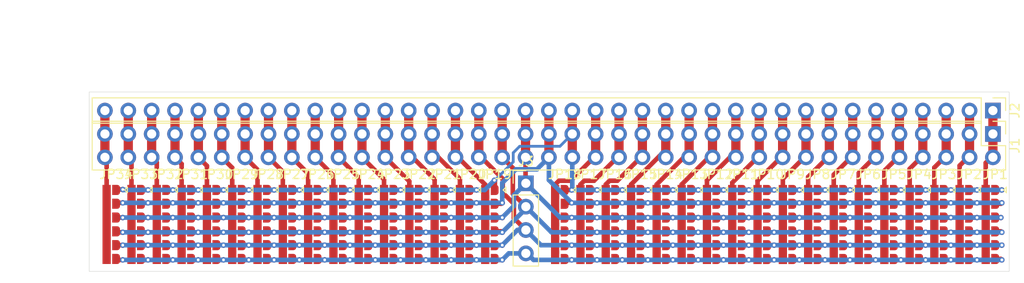
<source format=kicad_pcb>
(kicad_pcb (version 20241229) (generator "pcbnew") (generator_version "9.0")
  (layers (0 "F.Cu" signal) (2 "B.Cu" signal) (13 "F.Paste" user) (15 "B.Paste" user) (5 "F.SilkS" user "F.Silkscreen") (7 "B.SilkS" user "B.Silkscreen") (1 "F.Mask" user) (3 "B.Mask" user) (25 "Edge.Cuts" user))
  (net 0 "")
  (net 1 "P2")
  (net 2 "P34")
  (net 3 "P25")
  (net 4 "P33")
  (net 5 "P30")
  (net 6 "P3")
  (net 7 "P16")
  (net 8 "P13")
  (net 9 "P32")
  (net 10 "P18")
  (net 11 "P31")
  (net 12 "P1")
  (net 13 "P29")
  (net 14 "P8")
  (net 15 "P15")
  (net 16 "P4")
  (net 17 "P27")
  (net 18 "P7")
  (net 19 "P26")
  (net 20 "P28")
  (net 21 "P10")
  (net 22 "P24")
  (net 23 "P14")
  (net 24 "P5")
  (net 25 "P12")
  (net 26 "P17")
  (net 27 "P9")
  (net 28 "P11")
  (net 29 "P6")
  (net 30 "/JA1")
  (net 31 "P35")
  (net 32 "P36")
  (net 33 "P37")
  (net 34 "P38")
  (net 35 "P39")
  (net 36 "P21")
  (net 37 "P19")
  (net 38 "P23")
  (net 39 "P20")
  (net 40 "P22")
  (footprint "IOT-Mess-Footprints:Jumper6x1" (layer "F.Cu") (at 106.549999 102.050002)
    (property "Reference" "JP30")
    (property "Value" "Jumper6x1")
  )
  (footprint "IOT-Mess-Footprints:Jumper6x1" (layer "F.Cu") (at 158.15 102.050002)
    (property "Reference" "JP13")
    (property "Value" "Jumper6x1")
  )
  (footprint "IOT-Mess-Footprints:Jumper6x1" (layer "F.Cu") (at 147.15 102.053034)
    (property "Reference" "JP17")
    (property "Value" "Jumper6x1")
  )
  (footprint "Connector_PinHeader_2.54mm:PinHeader_1x39_P2.54mm_Vertical" (layer "F.Cu") (at 191.981819 93.419758 -90)
    (property "Reference" "J2")
    (property "Value" "Conn_01x39_Pin")
  )
  (footprint "IOT-Mess-Footprints:Jumper6x1" (layer "F.Cu") (at 177.399999 102.053034)
    (property "Reference" "JP6")
    (property "Value" "Jumper6x1")
  )
  (footprint "IOT-Mess-Footprints:Jumper6x1" (layer "F.Cu") (at 134.049999 102.050002)
    (property "Reference" "JP20")
    (property "Value" "Jumper6x1")
  )
  (footprint "IOT-Mess-Footprints:Jumper6x1" (layer "F.Cu") (at 152.65 102.049999)
    (property "Reference" "JP15")
    (property "Value" "Jumper6x1")
  )
  (footprint "IOT-Mess-Footprints:Jumper6x1" (layer "F.Cu") (at 163.649999 102.053034)
    (property "Reference" "JP11")
    (property "Value" "Jumper6x1")
  )
  (footprint "IOT-Mess-Footprints:Jumper6x1" (layer "F.Cu") (at 125.8 102.046967)
    (property "Reference" "JP23")
    (property "Value" "Jumper6x1")
  )
  (footprint "IOT-Mess-Footprints:Jumper6x1" (layer "F.Cu") (at 136.799999 102.050002)
    (property "Reference" "JP19")
    (property "Value" "Jumper6x1")
  )
  (footprint "IOT-Mess-Footprints:Jumper6x1" (layer "F.Cu") (at 120.299999 102.046967)
    (property "Reference" "JP25")
    (property "Value" "Jumper6x1")
  )
  (footprint "IOT-Mess-Footprints:Jumper6x1" (layer "F.Cu") (at 114.799998 102.046967)
    (property "Reference" "JP27")
    (property "Value" "Jumper6x1")
  )
  (footprint "IOT-Mess-Footprints:Jumper6x1" (layer "F.Cu") (at 166.399998 102.053034)
    (property "Reference" "JP10")
    (property "Value" "Jumper6x1")
  )
  (footprint "IOT-Mess-Footprints:Jumper6x1" (layer "F.Cu") (at 185.614996 102.053034)
    (property "Reference" "JP3")
    (property "Value" "Jumper6x1")
  )
  (footprint "IOT-Mess-Footprints:Jumper6x1" (layer "F.Cu") (at 149.899999 102.053034)
    (property "Reference" "JP16")
    (property "Value" "Jumper6x1")
  )
  (footprint "IOT-Mess-Footprints:Jumper6x1" (layer "F.Cu") (at 169.149999 102.053034)
    (property "Reference" "JP9")
    (property "Value" "Jumper6x1")
  )
  (footprint "IOT-Mess-Footprints:Jumper6x1" (layer "F.Cu") (at 182.9325 102.053034)
    (property "Reference" "JP4")
    (property "Value" "Jumper6x1")
  )
  (footprint "IOT-Mess-Footprints:Jumper6x1" (layer "F.Cu") (at 103.8 102.050002)
    (property "Reference" "JP31")
    (property "Value" "Jumper6x1")
  )
  (footprint "IOT-Mess-Footprints:Jumper6x1" (layer "F.Cu") (at 188.364995 102.053034)
    (property "Reference" "JP2")
    (property "Value" "Jumper6x1")
  )
  (footprint "IOT-Mess-Footprints:Jumper6x1" (layer "F.Cu") (at 174.6825 102.053034)
    (property "Reference" "JP7")
    (property "Value" "Jumper6x1")
  )
  (footprint "IOT-Mess-Footprints:Jumper6x1" (layer "F.Cu") (at 112.05 102.046967)
    (property "Reference" "JP28")
    (property "Value" "Jumper6x1")
  )
  (footprint "IOT-Mess-Footprints:Jumper6x1" (layer "F.Cu") (at 95.649999 102.04697)
    (property "Reference" "JP34")
    (property "Value" "Jumper6x1")
  )
  (footprint "Connector_PinHeader_2.54mm:PinHeader_1x04_P2.54mm_Vertical" (layer "F.Cu") (at 141.214627 101.324289)
    (property "Reference" "J3")
    (property "Value" "Conn_01x04_Pin")
  )
  (footprint "IOT-Mess-Footprints:Jumper6x1" (layer "F.Cu") (at 160.899999 102.050002)
    (property "Reference" "JP12")
    (property "Value" "Jumper6x1")
  )
  (footprint "IOT-Mess-Footprints:Jumper6x1" (layer "F.Cu") (at 144.4 102.053034)
    (property "Reference" "JP18")
    (property "Value" "Jumper6x1")
  )
  (footprint "Connector_PinHeader_2.54mm:PinHeader_2x39_P2.54mm_Vertical" (layer "F.Cu") (at 191.982642 95.962954 -90)
    (property "Reference" "J1")
    (property "Value" "Conn_02x39_Odd_Even")
  )
  (footprint "IOT-Mess-Footprints:Jumper6x1" (layer "F.Cu") (at 101.099999 102.04697)
    (property "Reference" "JP32")
    (property "Value" "Jumper6x1")
  )
  (footprint "IOT-Mess-Footprints:Jumper6x1" (layer "F.Cu") (at 131.3 102.046967)
    (property "Reference" "JP21")
    (property "Value" "Jumper6x1")
  )
  (footprint "IOT-Mess-Footprints:Jumper6x1" (layer "F.Cu") (at 180.182499 102.053034)
    (property "Reference" "JP5")
    (property "Value" "Jumper6x1")
  )
  (footprint "IOT-Mess-Footprints:Jumper6x1" (layer "F.Cu") (at 171.899999 102.053034)
    (property "Reference" "JP8")
    (property "Value" "Jumper6x1")
  )
  (footprint "IOT-Mess-Footprints:Jumper6x1" (layer "F.Cu") (at 128.549999 102.046967)
    (property "Reference" "JP22")
    (property "Value" "Jumper6x1")
  )
  (footprint "IOT-Mess-Footprints:Jumper6x1" (layer "F.Cu") (at 191.199999 102.050002)
    (property "Reference" "JP1")
    (property "Value" "Jumper6x1")
  )
  (footprint "IOT-Mess-Footprints:Jumper6x1" (layer "F.Cu") (at 155.4325 102.05)
    (property "Reference" "JP14")
    (property "Value" "Jumper6x1")
  )
  (footprint "IOT-Mess-Footprints:Jumper6x1" (layer "F.Cu") (at 117.549999 102.050002)
    (property "Reference" "JP26")
    (property "Value" "Jumper6x1")
  )
  (footprint "IOT-Mess-Footprints:Jumper6x1" (layer "F.Cu") (at 123.05 102.046967)
    (property "Reference" "JP24")
    (property "Value" "Jumper6x1")
  )
  (footprint "IOT-Mess-Footprints:Jumper6x1" (layer "F.Cu") (at 109.299998 102.050002)
    (property "Reference" "JP29")
    (property "Value" "Jumper6x1")
  )
  (footprint "IOT-Mess-Footprints:Jumper6x1" (layer "F.Cu") (at 98.35 102.04697)
    (property "Reference" "JP33")
    (property "Value" "Jumper6x1")
  )
  (gr_poly (pts (xy 193.75 110.900001) (xy 93.750001 110.900001) (xy 93.750001 91.400001) (xy 193.749999 91.4)) (stroke (width 0.05)) (fill no) (layer "Edge.Cuts"))
  (segment (start 189.434619 98.494931) (end 189.442642 98.502954) (width 1) (layer "F.Cu") (net 1))
  (segment (start 189.441819 98.502131) (end 189.442642 98.502954) (width 1) (layer "F.Cu") (net 1))
  (segment (start 189.441819 93.419758) (end 189.441819 98.502131) (width 1) (layer "F.Cu") (net 1))
  (segment (start 189.43 98.490314) (end 189.442641 98.502955) (width 0.5) (layer "F.Cu") (net 1))
  (segment (start 188.364995 99.405006) (end 188.364995 105.803034) (width 0.5) (layer "F.Cu") (net 1))
  (segment (start 189.430001 98.340001) (end 188.364995 99.405006) (width 0.5) (layer "F.Cu") (net 1))
  (segment (start 108.15 98.490314) (end 108.162641 98.502955) (width 0.5) (layer "F.Cu") (net 2))
  (segment (start 108.16182 98.502132) (end 108.162642 98.502954) (width 1) (layer "F.Cu") (net 2))
  (segment (start 109.299997 105.8) (end 109.299998 99.640312) (width 0.5) (layer "F.Cu") (net 2))
  (segment (start 109.299998 99.640312) (end 108.162641 98.502955) (width 0.5) (layer "F.Cu") (net 2))
  (segment (start 108.16182 93.419758) (end 108.16182 98.502132) (width 1) (layer "F.Cu") (net 2))
  (segment (start 134.049999 100.85) (end 131.702954 98.502955) (width 0.5) (layer "F.Cu") (net 3))
  (segment (start 131.702954 98.502955) (end 131.022641 98.502955) (width 0.5) (layer "F.Cu") (net 3))
  (segment (start 131.02182 93.419758) (end 131.02182 98.502132) (width 1) (layer "F.Cu") (net 3))
  (segment (start 131.01 98.490314) (end 131.022641 98.502955) (width 0.5) (layer "F.Cu") (net 3))
  (segment (start 134.05 105.8) (end 134.049999 100.85) (width 0.5) (layer "F.Cu") (net 3))
  (segment (start 131.02182 98.502132) (end 131.022642 98.502954) (width 1) (layer "F.Cu") (net 3))
  (segment (start 110.690001 98.490314) (end 110.702642 98.502955) (width 0.5) (layer "F.Cu") (net 4))
  (segment (start 112.05 99.850313) (end 110.702642 98.502955) (width 0.5) (layer "F.Cu") (net 4))
  (segment (start 110.701819 98.502131) (end 110.702642 98.502954) (width 1) (layer "F.Cu") (net 4))
  (segment (start 112.05 105.796967) (end 112.05 99.850313) (width 0.5) (layer "F.Cu") (net 4))
  (segment (start 110.701819 93.419758) (end 110.701819 98.502131) (width 1) (layer "F.Cu") (net 4))
  (segment (start 120.299998 105.796967) (end 120.299998 100.480311) (width 0.5) (layer "F.Cu") (net 5))
  (segment (start 118.321818 93.419758) (end 118.321818 98.50213) (width 1) (layer "F.Cu") (net 5))
  (segment (start 120.299998 100.480311) (end 118.322641 98.502955) (width 0.5) (layer "F.Cu") (net 5))
  (segment (start 118.31 98.490314) (end 118.322641 98.502955) (width 0.5) (layer "F.Cu") (net 5))
  (segment (start 118.321818 98.50213) (end 118.322642 98.502954) (width 1) (layer "F.Cu") (net 5))
  (segment (start 186.89 98.490314) (end 186.902641 98.502955) (width 0.5) (layer "F.Cu") (net 6))
  (segment (start 186.90182 93.419758) (end 186.90182 98.502132) (width 1) (layer "F.Cu") (net 6))
  (segment (start 186.890001 98.340001) (end 185.614996 99.615007) (width 0.5) (layer "F.Cu") (net 6))
  (segment (start 185.614996 99.615007) (end 185.614996 105.803034) (width 0.5) (layer "F.Cu") (net 6))
  (segment (start 186.90182 98.502132) (end 186.902642 98.502954) (width 1) (layer "F.Cu") (net 6))
  (segment (start 153.870001 98.340001) (end 151.162968 101.047034) (width 0.5) (layer "F.Cu") (net 7))
  (segment (start 150.311116 101.047034) (end 149.899999 101.45815) (width 0.5) (layer "F.Cu") (net 7))
  (segment (start 153.87 98.490314) (end 153.882641 98.502955) (width 0.5) (layer "F.Cu") (net 7))
  (segment (start 153.88182 98.502132) (end 153.882642 98.502954) (width 1) (layer "F.Cu") (net 7))
  (segment (start 151.162968 101.047034) (end 150.311116 101.047034) (width 0.5) (layer "F.Cu") (net 7))
  (segment (start 149.899999 101.45815) (end 149.899999 105.803034) (width 0.5) (layer "F.Cu") (net 7))
  (segment (start 153.88182 93.419758) (end 153.88182 98.502132) (width 1) (layer "F.Cu") (net 7))
  (segment (start 161.490001 98.490314) (end 161.502642 98.502955) (width 0.5) (layer "F.Cu") (net 8))
  (segment (start 158.15 101.455117) (end 158.15 105.8) (width 0.5) (layer "F.Cu") (net 8))
  (segment (start 161.490001 98.34) (end 161.265115 98.340002) (width 0.5) (layer "F.Cu") (net 8))
  (segment (start 161.501819 98.502131) (end 161.502642 98.502954) (width 1) (layer "F.Cu") (net 8))
  (segment (start 161.501819 93.419758) (end 161.501819 98.502131) (width 1) (layer "F.Cu") (net 8))
  (segment (start 161.265115 98.340002) (end 158.15 101.455117) (width 0.5) (layer "F.Cu") (net 8))
  (segment (start 113.241819 93.419758) (end 113.241819 98.502131) (width 1) (layer "F.Cu") (net 9))
  (segment (start 113.241819 98.502131) (end 113.242642 98.502954) (width 1) (layer "F.Cu") (net 9))
  (segment (start 113.23 98.490314) (end 113.242641 98.502955) (width 0.5) (layer "F.Cu") (net 9))
  (segment (start 114.799998 100.060311) (end 113.242641 98.502955) (width 0.5) (layer "F.Cu") (net 9))
  (segment (start 114.799999 105.796967) (end 114.799998 100.060311) (width 0.5) (layer "F.Cu") (net 9))
  (segment (start 148.790002 98.490314) (end 148.802643 98.502955) (width 0.5) (layer "F.Cu") (net 10))
  (segment (start 144.811115 101.047034) (end 144.399999 101.45815) (width 0.5) (layer "F.Cu") (net 10))
  (segment (start 148.801819 93.419758) (end 148.801819 98.502131) (width 1) (layer "F.Cu") (net 10))
  (segment (start 144.399999 101.45815) (end 144.4 105.803032) (width 0.5) (layer "F.Cu") (net 10))
  (segment (start 148.801819 98.502131) (end 148.802642 98.502954) (width 1) (layer "F.Cu") (net 10))
  (segment (start 148.790001 98.34) (end 146.082967 101.047034) (width 0.5) (layer "F.Cu") (net 10))
  (segment (start 146.082967 101.047034) (end 144.811115 101.047034) (width 0.5) (layer "F.Cu") (net 10))
  (segment (start 115.781819 98.502131) (end 115.782642 98.502954) (width 1) (layer "F.Cu") (net 11))
  (segment (start 115.770001 98.490314) (end 115.782642 98.502955) (width 0.5) (layer "F.Cu") (net 11))
  (segment (start 115.781819 93.419758) (end 115.781819 98.502131) (width 1) (layer "F.Cu") (net 11))
  (segment (start 117.549999 100.270311) (end 115.782642 98.502955) (width 0.5) (layer "F.Cu") (net 11))
  (segment (start 117.549999 105.800001) (end 117.549999 100.270311) (width 0.5) (layer "F.Cu") (net 11))
  (segment (start 191.981819 98.502131) (end 191.982642 98.502954) (width 1) (layer "F.Cu") (net 12))
  (segment (start 191.199998 99.110002) (end 191.199999 105.8) (width 0.5) (layer "F.Cu") (net 12))
  (segment (start 191.97 98.490314) (end 191.982641 98.502955) (width 0.5) (layer "F.Cu") (net 12))
  (segment (start 191.981819 93.419758) (end 191.981819 98.502131) (width 1) (layer "F.Cu") (net 12))
  (segment (start 191.969999 98.340001) (end 191.199998 99.110002) (width 0.5) (layer "F.Cu") (net 12))
  (segment (start 120.861819 93.419758) (end 120.861819 98.502131) (width 1) (layer "F.Cu") (net 13))
  (segment (start 120.861819 98.502131) (end 120.862642 98.502954) (width 1) (layer "F.Cu") (net 13))
  (segment (start 120.85 98.490314) (end 120.862641 98.502955) (width 0.5) (layer "F.Cu") (net 13))
  (segment (start 123.05 105.796967) (end 123.05 100.690312) (width 0.5) (layer "F.Cu") (net 13))
  (segment (start 123.05 100.690312) (end 120.862641 98.502955) (width 0.5) (layer "F.Cu") (net 13))
  (segment (start 174.190001 98.490314) (end 174.202642 98.502955) (width 0.5) (layer "F.Cu") (net 14))
  (segment (start 174.201818 98.50213) (end 174.202642 98.502954) (width 1) (layer "F.Cu") (net 14))
  (segment (start 171.9 100.630002) (end 171.9 105.803033) (width 0.5) (layer "F.Cu") (net 14))
  (segment (start 174.190001 98.340003) (end 171.9 100.630002) (width 0.5) (layer "F.Cu") (net 14))
  (segment (start 174.201818 93.419758) (end 174.201818 98.50213) (width 1) (layer "F.Cu") (net 14))
  (segment (start 152.65 101.455116) (end 152.649999 105.800001) (width 0.5) (layer "F.Cu") (net 15))
  (segment (start 155.765115 98.340001) (end 152.65 101.455116) (width 0.5) (layer "F.Cu") (net 15))
  (segment (start 156.421819 98.502131) (end 156.422642 98.502954) (width 1) (layer "F.Cu") (net 15))
  (segment (start 156.410001 98.340002) (end 155.765115 98.340001) (width 0.5) (layer "F.Cu") (net 15))
  (segment (start 156.421819 93.419758) (end 156.421819 98.502131) (width 1) (layer "F.Cu") (net 15))
  (segment (start 156.410001 98.490314) (end 156.422642 98.502955) (width 0.5) (layer "F.Cu") (net 15))
  (segment (start 184.361819 98.502131) (end 184.362642 98.502954) (width 1) (layer "F.Cu") (net 16))
  (segment (start 184.361819 93.419758) (end 184.361819 98.502131) (width 1) (layer "F.Cu") (net 16))
  (segment (start 184.350001 98.490314) (end 184.362642 98.502955) (width 0.5) (layer "F.Cu") (net 16))
  (segment (start 182.9325 99.757501) (end 182.9325 105.803032) (width 0.5) (layer "F.Cu") (net 16))
  (segment (start 184.350001 98.34) (end 182.9325 99.757501) (width 0.5) (layer "F.Cu") (net 16))
  (segment (start 125.941819 98.502131) (end 125.942642 98.502954) (width 1) (layer "F.Cu") (net 17))
  (segment (start 125.930002 98.490314) (end 125.942643 98.502955) (width 0.5) (layer "F.Cu") (net 17))
  (segment (start 128.55 105.796966) (end 128.550001 101.110313) (width 0.5) (layer "F.Cu") (net 17))
  (segment (start 128.550001 101.110313) (end 125.942643 98.502955) (width 0.5) (layer "F.Cu") (net 17))
  (segment (start 125.941819 93.419758) (end 125.941819 98.502131) (width 1) (layer "F.Cu") (net 17))
  (segment (start 176.741819 93.419758) (end 176.741819 98.502131) (width 1) (layer "F.Cu") (net 18))
  (segment (start 176.730001 98.340001) (end 174.6825 100.387502) (width 0.5) (layer "F.Cu") (net 18))
  (segment (start 176.73 98.490314) (end 176.742641 98.502955) (width 0.5) (layer "F.Cu") (net 18))
  (segment (start 174.6825 100.387502) (end 174.6825 105.803034) (width 0.5) (layer "F.Cu") (net 18))
  (segment (start 176.741819 98.502131) (end 176.742642 98.502954) (width 1) (layer "F.Cu") (net 18))
  (segment (start 128.481818 93.419758) (end 128.481818 98.50213) (width 1) (layer "F.Cu") (net 19))
  (segment (start 128.470001 98.490314) (end 128.482642 98.502955) (width 0.5) (layer "F.Cu") (net 19))
  (segment (start 131.3 105.796967) (end 131.3 100.900001) (width 0.5) (layer "F.Cu") (net 19))
  (segment (start 131.3 100.900001) (end 128.902954 98.502955) (width 0.5) (layer "F.Cu") (net 19))
  (segment (start 128.481818 98.50213) (end 128.482642 98.502954) (width 1) (layer "F.Cu") (net 19))
  (segment (start 128.902954 98.502955) (end 128.482642 98.502955) (width 0.5) (layer "F.Cu") (net 19))
  (segment (start 123.401819 93.419758) (end 123.401819 98.502131) (width 1) (layer "F.Cu") (net 20))
  (segment (start 123.401819 98.502131) (end 123.402642 98.502954) (width 1) (layer "F.Cu") (net 20))
  (segment (start 125.799999 100.900312) (end 123.402641 98.502955) (width 0.5) (layer "F.Cu") (net 20))
  (segment (start 125.799999 105.796967) (end 125.799999 100.900312) (width 0.5) (layer "F.Cu") (net 20))
  (segment (start 123.390001 98.490314) (end 123.402641 98.502955) (width 0.5) (layer "F.Cu") (net 20))
  (segment (start 169.121819 98.502131) (end 169.122642 98.502954) (width 1) (layer "F.Cu") (net 21))
  (segment (start 166.399998 101.050003) (end 166.399999 105.803033) (width 0.5) (layer "F.Cu") (net 21))
  (segment (start 169.109999 98.340001) (end 166.399998 101.050003) (width 0.5) (layer "F.Cu") (net 21))
  (segment (start 169.11 98.490314) (end 169.122641 98.502955) (width 0.5) (layer "F.Cu") (net 21))
  (segment (start 169.121819 93.419758) (end 169.121819 98.502131) (width 1) (layer "F.Cu") (net 21))
  (segment (start 133.561819 98.502131) (end 133.562642 98.502954) (width 1) (layer "F.Cu") (net 22))
  (segment (start 133.832797 98.502955) (end 133.562642 98.502955) (width 0.5) (layer "F.Cu") (net 22))
  (segment (start 136.799999 101.470156) (end 133.832797 98.502955) (width 0.5) (layer "F.Cu") (net 22))
  (segment (start 136.799999 105.8) (end 136.799999 101.470156) (width 0.5) (layer "F.Cu") (net 22))
  (segment (start 133.561819 93.419758) (end 133.561819 98.502131) (width 1) (layer "F.Cu") (net 22))
  (segment (start 133.550001 98.490314) (end 133.562642 98.502955) (width 0.5) (layer "F.Cu") (net 22))
  (segment (start 155.4325 101.455115) (end 155.432499 105.8) (width 0.5) (layer "F.Cu") (net 23))
  (segment (start 158.547615 98.34) (end 155.4325 101.455115) (width 0.5) (layer "F.Cu") (net 23))
  (segment (start 158.961819 93.419758) (end 158.961819 98.502131) (width 1) (layer "F.Cu") (net 23))
  (segment (start 158.95 98.340003) (end 158.547615 98.34) (width 0.5) (layer "F.Cu") (net 23))
  (segment (start 158.961819 98.502131) (end 158.962642 98.502954) (width 1) (layer "F.Cu") (net 23))
  (segment (start 158.95 98.490314) (end 158.962641 98.502955) (width 0.5) (layer "F.Cu") (net 23))
  (segment (start 181.81 98.490314) (end 181.822641 98.502956) (width 0.5) (layer "F.Cu") (net 24))
  (segment (start 181.821819 98.502131) (end 181.822642 98.502954) (width 1) (layer "F.Cu") (net 24))
  (segment (start 181.821819 93.419758) (end 181.821819 98.502131) (width 1) (layer "F.Cu") (net 24))
  (segment (start 181.81 98.340003) (end 180.182499 99.967504) (width 0.5) (layer "F.Cu") (net 24))
  (segment (start 180.182499 99.967504) (end 180.1825 105.803033) (width 0.5) (layer "F.Cu") (net 24))
  (segment (start 164.03 98.490314) (end 164.042641 98.502955) (width 0.5) (layer "F.Cu") (net 25))
  (segment (start 160.899999 101) (end 160.899999 105.8) (width 0.5) (layer "F.Cu") (net 25))
  (segment (start 164.030001 98.340001) (end 163.559998 98.34) (width 0.5) (layer "F.Cu") (net 25))
  (segment (start 164.04182 98.502132) (end 164.042642 98.502954) (width 1) (layer "F.Cu") (net 25))
  (segment (start 164.04182 93.419758) (end 164.04182 98.502132) (width 1) (layer "F.Cu") (net 25))
  (segment (start 163.559998 98.34) (end 160.899999 101) (width 0.5) (layer "F.Cu") (net 25))
  (segment (start 151.330001 98.490314) (end 151.342642 98.502955) (width 0.5) (layer "F.Cu") (net 26))
  (segment (start 151.341818 93.419758) (end 151.341818 98.50213) (width 1) (layer "F.Cu") (net 26))
  (segment (start 148.622968 101.047034) (end 147.561116 101.047034) (width 0.5) (layer "F.Cu") (net 26))
  (segment (start 151.330001 98.340003) (end 148.622968 101.047034) (width 0.5) (layer "F.Cu") (net 26))
  (segment (start 147.561116 101.047034) (end 147.15 101.45815) (width 0.5) (layer "F.Cu") (net 26))
  (segment (start 147.15 101.45815) (end 147.15 105.803034) (width 0.5) (layer "F.Cu") (net 26))
  (segment (start 151.341818 98.50213) (end 151.342642 98.502954) (width 1) (layer "F.Cu") (net 26))
  (segment (start 171.650001 98.34) (end 169.149998 100.840003) (width 0.5) (layer "F.Cu") (net 27))
  (segment (start 171.661819 98.502131) (end 171.662642 98.502954) (width 1) (layer "F.Cu") (net 27))
  (segment (start 169.149998 100.840003) (end 169.149999 105.803034) (width 0.5) (layer "F.Cu") (net 27))
  (segment (start 171.661819 93.419758) (end 171.661819 98.502131) (width 1) (layer "F.Cu") (net 27))
  (segment (start 171.650002 98.490314) (end 171.662643 98.502955) (width 0.5) (layer "F.Cu") (net 27))
  (segment (start 166.581819 93.419758) (end 166.581819 98.502131) (width 1) (layer "F.Cu") (net 28))
  (segment (start 166.581819 98.502131) (end 166.582642 98.502954) (width 1) (layer "F.Cu") (net 28))
  (segment (start 166.57 98.490314) (end 166.582641 98.502955) (width 0.5) (layer "F.Cu") (net 28))
  (segment (start 163.65 101.260002) (end 163.65 105.803033) (width 0.5) (layer "F.Cu") (net 28))
  (segment (start 166.570001 98.340001) (end 163.65 101.260002) (width 0.5) (layer "F.Cu") (net 28))
  (segment (start 179.281819 98.502131) (end 179.282642 98.502954) (width 1) (layer "F.Cu") (net 29))
  (segment (start 179.270001 98.340002) (end 177.399998 100.210002) (width 0.5) (layer "F.Cu") (net 29))
  (segment (start 179.281819 93.419758) (end 179.281819 98.502131) (width 1) (layer "F.Cu") (net 29))
  (segment (start 177.399998 100.210002) (end 177.399999 105.803034) (width 0.5) (layer "F.Cu") (net 29))
  (segment (start 179.270001 98.490314) (end 179.282642 98.502955) (width 0.5) (layer "F.Cu") (net 29))
  (segment (start 184.079467 109.650002) (end 183.9825 109.553035) (width 0.5) (layer "F.Cu") (net 30))
  (segment (start 167.546966 109.650002) (end 167.449999 109.553035) (width 0.5) (layer "F.Cu") (net 30))
  (segment (start 192.250001 109.550002) (end 192.850001 109.550002) (width 0.5) (layer "F.Cu") (net 30))
  (segment (start 104.950001 109.650002) (end 104.850001 109.55) (width 0.5) (layer "F.Cu") (net 30))
  (segment (start 156.582501 109.650002) (end 156.482501 109.55) (width 0.5) (layer "F.Cu") (net 30))
  (segment (start 151.046967 109.650002) (end 150.95 109.553035) (width 0.5) (layer "F.Cu") (net 30))
  (segment (start 173.732498 109.650002) (end 173.046967 109.650002) (width 0.5) (layer "F.Cu") (net 30))
  (segment (start 102.849997 109.650002) (end 102.253032 109.650002) (width 0.5) (layer "F.Cu") (net 30))
  (segment (start 138.650001 109.650002) (end 137.95 109.650002) (width 0.5) (layer "F.Cu") (net 30))
  (segment (start 192.850001 109.550002) (end 192.95 109.650002) (width 0.5) (layer "F.Cu") (net 30))
  (segment (start 168.199996 109.650002) (end 167.546966 109.650002) (width 0.5) (layer "F.Cu") (net 30))
  (segment (start 129.703034 109.650002) (end 129.6 109.546968) (width 0.5) (layer "F.Cu") (net 30))
  (segment (start 176.449997 109.650002) (end 175.829467 109.650002) (width 0.5) (layer "F.Cu") (net 30))
  (segment (start 148.949997 109.650003) (end 148.296967 109.650003) (width 0.5) (layer "F.Cu") (net 30))
  (segment (start 135.849998 109.650002) (end 135.2 109.650002) (width 0.5) (layer "F.Cu") (net 30))
  (segment (start 137.95 109.650002) (end 137.85 109.550002) (width 0.5) (layer "F.Cu") (net 30))
  (segment (start 157.199997 109.650002) (end 156.582501 109.650002) (width 0.5) (layer "F.Cu") (net 30))
  (segment (start 105.599997 109.650003) (end 104.950001 109.650002) (width 0.5) (layer "F.Cu") (net 30))
  (segment (start 187.414993 109.650002) (end 186.761963 109.650002) (width 0.5) (layer "F.Cu") (net 30))
  (segment (start 110.449999 109.650002) (end 110.35 109.550002) (width 0.5) (layer "F.Cu") (net 30))
  (segment (start 146.199997 109.650002) (end 145.546967 109.650002) (width 0.5) (layer "F.Cu") (net 30))
  (segment (start 178.546968 109.650002) (end 178.450001 109.553035) (width 0.5) (layer "F.Cu") (net 30))
  (segment (start 97.399997 109.650002) (end 96.803032 109.650002) (width 0.5) (layer "F.Cu") (net 30))
  (segment (start 179.232499 109.650002) (end 178.546968 109.650002) (width 0.5) (layer "F.Cu") (net 30))
  (segment (start 108.349996 109.650003) (end 107.7 109.650002) (width 0.5) (layer "F.Cu") (net 30))
  (segment (start 121.453034 109.650002) (end 121.35 109.546968) (width 0.5) (layer "F.Cu") (net 30))
  (segment (start 118.7 109.650002) (end 118.6 109.550001) (width 0.5) (layer "F.Cu") (net 30))
  (segment (start 181.329468 109.650002) (end 181.232501 109.553035) (width 0.5) (layer "F.Cu") (net 30))
  (segment (start 124.849997 109.650002) (end 124.203034 109.650002) (width 0.5) (layer "F.Cu") (net 30))
  (segment (start 126.953035 109.650002) (end 126.850001 109.546968) (width 0.5) (layer "F.Cu") (net 30))
  (segment (start 165.449997 109.650002) (end 164.796967 109.650002) (width 0.5) (layer "F.Cu") (net 30))
  (segment (start 170.296966 109.650002) (end 170.199999 109.553035) (width 0.5) (layer "F.Cu") (net 30))
  (segment (start 113.849997 109.650002) (end 113.203034 109.650003) (width 0.5) (layer "F.Cu") (net 30))
  (segment (start 115.953033 109.650003) (end 115.849999 109.546968) (width 0.5) (layer "F.Cu") (net 30))
  (segment (start 175.829467 109.650002) (end 175.7325 109.553035) (width 0.5) (layer "F.Cu") (net 30))
  (segment (start 159.300001 109.650003) (end 159.2 109.55) (width 0.5) (layer "F.Cu") (net 30))
  (segment (start 124.203034 109.650002) (end 124.1 109.546968) (width 0.5) (layer "F.Cu") (net 30))
  (segment (start 130.349997 109.650002) (end 129.703034 109.650002) (width 0.5) (layer "F.Cu") (net 30))
  (segment (start 132.453034 109.650002) (end 132.35 109.546968) (width 0.5) (layer "F.Cu") (net 30))
  (segment (start 102.253032 109.650002) (end 102.150001 109.54697) (width 0.5) (layer "F.Cu") (net 30))
  (segment (start 153.800002 109.650002) (end 153.7 109.55) (width 0.5) (layer "F.Cu") (net 30))
  (segment (start 181.982498 109.650002) (end 181.329468 109.650002) (width 0.5) (layer "F.Cu") (net 30))
  (segment (start 99.503033 109.650002) (end 99.400001 109.546968) (width 0.5) (layer "F.Cu") (net 30))
  (segment (start 186.761963 109.650002) (end 186.664996 109.553035) (width 0.5) (layer "F.Cu") (net 30))
  (segment (start 111.099997 109.650002) (end 110.449999 109.650002) (width 0.5) (layer "F.Cu") (net 30))
  (segment (start 184.664993 109.650002) (end 184.079467 109.650002) (width 0.5) (layer "F.Cu") (net 30))
  (segment (start 119.349996 109.650002) (end 118.7 109.650002) (width 0.5) (layer "F.Cu") (net 30))
  (segment (start 135.2 109.650002) (end 135.100001 109.550002) (width 0.5) (layer "F.Cu") (net 30))
  (segment (start 164.796967 109.650002) (end 164.7 109.553035) (width 0.5) (layer "F.Cu") (net 30))
  (segment (start 148.296967 109.650003) (end 148.2 109.553036) (width 0.5) (layer "F.Cu") (net 30))
  (segment (start 162.699998 109.650002) (end 162.050001 109.650002) (width 0.5) (layer "F.Cu") (net 30))
  (segment (start 151.699997 109.650002) (end 151.046967 109.650002) (width 0.5) (layer "F.Cu") (net 30))
  (segment (start 145.546967 109.650002) (end 145.45 109.553035) (width 0.5) (layer "F.Cu") (net 30))
  (segment (start 127.599998 109.650002) (end 126.953035 109.650002) (width 0.5) (layer "F.Cu") (net 30))
  (segment (start 133.099997 109.650002) (end 132.453034 109.650002) (width 0.5) (layer "F.Cu") (net 30))
  (segment (start 113.203034 109.650003) (end 113.1 109.546969) (width 0.5) (layer "F.Cu") (net 30))
  (segment (start 162.050001 109.650002) (end 161.950001 109.55) (width 0.5) (layer "F.Cu") (net 30))
  (segment (start 100.149999 109.650002) (end 99.503033 109.650002) (width 0.5) (layer "F.Cu") (net 30))
  (segment (start 170.949998 109.650002) (end 170.296966 109.650002) (width 0.5) (layer "F.Cu") (net 30))
  (segment (start 116.599996 109.650002) (end 115.953033 109.650003) (width 0.5) (layer "F.Cu") (net 30))
  (segment (start 173.046967 109.650002) (end 172.95 109.553035) (width 0.5) (layer "F.Cu") (net 30))
  (segment (start 122.099997 109.650002) (end 121.453034 109.650002) (width 0.5) (layer "F.Cu") (net 30))
  (segment (start 107.7 109.650002) (end 107.600001 109.550002) (width 0.5) (layer "F.Cu") (net 30))
  (segment (start 154.482498 109.650002) (end 153.800002 109.650002) (width 0.5) (layer "F.Cu") (net 30))
  (segment (start 159.949997 109.650002) (end 159.300001 109.650003) (width 0.5) (layer "F.Cu") (net 30))
  (segment (start 96.803032 109.650002) (end 96.700001 109.54697) (width 0.5) (layer "F.Cu") (net 30))
  (via (at 184.664993 109.650002) (size 0.6) (drill 0.3) (layers "F.Cu" "B.Cu") (net 30))
  (via (at 170.949998 109.650002) (size 0.6) (drill 0.3) (layers "F.Cu" "B.Cu") (net 30))
  (via (at 148.949997 109.650003) (size 0.6) (drill 0.3) (layers "F.Cu" "B.Cu") (net 30))
  (via (at 105.599997 109.650003) (size 0.6) (drill 0.3) (layers "F.Cu" "B.Cu") (net 30))
  (via (at 176.449997 109.650002) (size 0.6) (drill 0.3) (layers "F.Cu" "B.Cu") (net 30))
  (via (at 102.849997 109.650002) (size 0.6) (drill 0.3) (layers "F.Cu" "B.Cu") (net 30))
  (via (at 119.349996 109.650002) (size 0.6) (drill 0.3) (layers "F.Cu" "B.Cu") (net 30))
  (via (at 165.449997 109.650002) (size 0.6) (drill 0.3) (layers "F.Cu" "B.Cu") (net 30))
  (via (at 162.699998 109.650002) (size 0.6) (drill 0.3) (layers "F.Cu" "B.Cu") (net 30))
  (via (at 113.849997 109.650002) (size 0.6) (drill 0.3) (layers "F.Cu" "B.Cu") (net 30))
  (via (at 192.95 109.650002) (size 0.6) (drill 0.3) (layers "F.Cu" "B.Cu") (net 30))
  (via (at 187.414993 109.650002) (size 0.6) (drill 0.3) (layers "F.Cu" "B.Cu") (net 30))
  (via (at 124.849997 109.650002) (size 0.6) (drill 0.3) (layers "F.Cu" "B.Cu") (net 30))
  (via (at 151.699997 109.650002) (size 0.6) (drill 0.3) (layers "F.Cu" "B.Cu") (net 30))
  (via (at 181.982498 109.650002) (size 0.6) (drill 0.3) (layers "F.Cu" "B.Cu") (net 30))
  (via (at 130.349997 109.650002) (size 0.6) (drill 0.3) (layers "F.Cu" "B.Cu") (net 30))
  (via (at 111.099997 109.650002) (size 0.6) (drill 0.3) (layers "F.Cu" "B.Cu") (net 30))
  (via (at 108.349996 109.650003) (size 0.6) (drill 0.3) (layers "F.Cu" "B.Cu") (net 30))
  (via (at 157.199997 109.650002) (size 0.6) (drill 0.3) (layers "F.Cu" "B.Cu") (net 30))
  (via (at 97.399997 109.650002) (size 0.6) (drill 0.3) (layers "F.Cu" "B.Cu") (net 30))
  (via (at 135.849998 109.650002) (size 0.6) (drill 0.3) (layers "F.Cu" "B.Cu") (net 30))
  (via (at 127.599998 109.650002) (size 0.6) (drill 0.3) (layers "F.Cu" "B.Cu") (net 30))
  (via (at 100.149999 109.650002) (size 0.6) (drill 0.3) (layers "F.Cu" "B.Cu") (net 30))
  (via (at 159.949997 109.650002) (size 0.6) (drill 0.3) (layers "F.Cu" "B.Cu") (net 30))
  (via (at 168.199996 109.650002) (size 0.6) (drill 0.3) (layers "F.Cu" "B.Cu") (net 30))
  (via (at 190.250001 109.650002) (size 0.6) (drill 0.3) (layers "F.Cu" "B.Cu") (net 30))
  (via (at 146.199997 109.650002) (size 0.6) (drill 0.3) (layers "F.Cu" "B.Cu") (net 30))
  (via (at 154.482498 109.650002) (size 0.6) (drill 0.3) (layers "F.Cu" "B.Cu") (net 30))
  (via (at 138.650001 109.650002) (size 0.6) (drill 0.3) (layers "F.Cu" "B.Cu") (net 30))
  (via (at 133.099997 109.650002) (size 0.6) (drill 0.3) (layers "F.Cu" "B.Cu") (net 30))
  (via (at 116.599996 109.650002) (size 0.6) (drill 0.3) (layers "F.Cu" "B.Cu") (net 30))
  (via (at 179.232499 109.650002) (size 0.6) (drill 0.3) (layers "F.Cu" "B.Cu") (net 30))
  (via (at 173.732498 109.650002) (size 0.6) (drill 0.3) (layers "F.Cu" "B.Cu") (net 30))
  (via (at 122.099997 109.650002) (size 0.6) (drill 0.3) (layers "F.Cu" "B.Cu") (net 30))
  (segment (start 108.349996 109.650003) (end 105.599997 109.650003) (width 0.5) (layer "B.Cu") (net 30))
  (segment (start 116.599996 109.650002) (end 113.849997 109.650002) (width 0.5) (layer "B.Cu") (net 30))
  (segment (start 192.95 109.650002) (end 190.250001 109.650002) (width 0.5) (layer "B.Cu") (net 30))
  (segment (start 122.099997 109.650002) (end 119.349996 109.650002) (width 0.5) (layer "B.Cu") (net 30))
  (segment (start 141.344289 108.944289) (end 141.214627 108.94429) (width 0.5) (layer "B.Cu") (net 30))
  (segment (start 179.232499 109.650002) (end 176.449997 109.650002) (width 0.5) (layer "B.Cu") (net 30))
  (segment (start 165.449997 109.650002) (end 162.699998 109.650002) (width 0.5) (layer "B.Cu") (net 30))
  (segment (start 100.149999 109.650002) (end 97.399997 109.650002) (width 0.5) (layer "B.Cu") (net 30))
  (segment (start 102.849997 109.650002) (end 100.149999 109.650002) (width 0.5) (layer "B.Cu") (net 30))
  (segment (start 170.949998 109.650002) (end 168.199996 109.650002) (width 0.5) (layer "B.Cu") (net 30))
  (segment (start 139.355713 108.944288) (end 138.650001 109.650002) (width 0.5) (layer "B.Cu") (net 30))
  (segment (start 146.199997 109.650002) (end 142.05 109.650002) (width 0.5) (layer "B.Cu") (net 30))
  (segment (start 148.949997 109.650003) (end 146.199997 109.650002) (width 0.5) (layer "B.Cu") (net 30))
  (segment (start 173.732498 109.650002) (end 170.949998 109.650002) (width 0.5) (layer "B.Cu") (net 30))
  (segment (start 162.699998 109.650002) (end 159.949997 109.650002) (width 0.5) (layer "B.Cu") (net 30))
  (segment (start 187.414993 109.650002) (end 184.664993 109.650002) (width 0.5) (layer "B.Cu") (net 30))
  (segment (start 138.650001 109.650002) (end 135.849998 109.650002) (width 0.5) (layer "B.Cu") (net 30))
  (segment (start 154.482498 109.650002) (end 151.699997 109.650002) (width 0.5) (layer "B.Cu") (net 30))
  (segment (start 190.250001 109.650002) (end 187.414993 109.650002) (width 0.5) (layer "B.Cu") (net 30))
  (segment (start 157.199997 109.650002) (end 154.482498 109.650002) (width 0.5) (layer "B.Cu") (net 30))
  (segment (start 105.599997 109.650003) (end 102.849997 109.650002) (width 0.5) (layer "B.Cu") (net 30))
  (segment (start 168.199996 109.650002) (end 165.449997 109.650002) (width 0.5) (layer "B.Cu") (net 30))
  (segment (start 124.849997 109.650002) (end 122.099997 109.650002) (width 0.5) (layer "B.Cu") (net 30))
  (segment (start 181.982498 109.650002) (end 179.232499 109.650002) (width 0.5) (layer "B.Cu") (net 30))
  (segment (start 127.599998 109.650002) (end 124.849997 109.650002) (width 0.5) (layer "B.Cu") (net 30))
  (segment (start 113.849997 109.650002) (end 111.099997 109.650002) (width 0.5) (layer "B.Cu") (net 30))
  (segment (start 184.664993 109.650002) (end 181.982498 109.650002) (width 0.5) (layer "B.Cu") (net 30))
  (segment (start 133.099997 109.650002) (end 130.349997 109.650002) (width 0.5) (layer "B.Cu") (net 30))
  (segment (start 151.699997 109.650002) (end 148.949997 109.650003) (width 0.5) (layer "B.Cu") (net 30))
  (segment (start 135.849998 109.650002) (end 133.099997 109.650002) (width 0.5) (layer "B.Cu") (net 30))
  (segment (start 119.349996 109.650002) (end 116.599996 109.650002) (width 0.5) (layer "B.Cu") (net 30))
  (segment (start 176.449997 109.650002) (end 173.732498 109.650002) (width 0.5) (layer "B.Cu") (net 30))
  (segment (start 142.05 109.650002) (end 141.344289 108.944289) (width 0.5) (layer "B.Cu") (net 30))
  (segment (start 159.949997 109.650002) (end 157.199997 109.650002) (width 0.5) (layer "B.Cu") (net 30))
  (segment (start 111.099997 109.650002) (end 108.349996 109.650003) (width 0.5) (layer "B.Cu") (net 30))
  (segment (start 130.349997 109.650002) (end 127.599998 109.650002) (width 0.5) (layer "B.Cu") (net 30))
  (segment (start 141.214627 108.94429) (end 139.355713 108.944288) (width 0.5) (layer "B.Cu") (net 30))
  (segment (start 106.549999 99.430312) (end 105.622642 98.502955) (width 0.5) (layer "F.Cu") (net 31))
  (segment (start 105.621818 98.50213) (end 105.622642 98.502954) (width 1) (layer "F.Cu") (net 31))
  (segment (start 105.610001 98.490314) (end 105.622642 98.502955) (width 0.5) (layer "F.Cu") (net 31))
  (segment (start 106.549998 105.8) (end 106.549999 99.430312) (width 0.5) (layer "F.Cu") (net 31))
  (segment (start 105.621818 93.419758) (end 105.621818 98.50213) (width 1) (layer "F.Cu") (net 31))
  (segment (start 103.8 99.220312) (end 103.082643 98.502955) (width 0.5) (layer "F.Cu") (net 32))
  (segment (start 103.081819 93.419758) (end 103.081819 98.502131) (width 1) (layer "F.Cu") (net 32))
  (segment (start 103.799999 105.8) (end 103.8 99.220312) (width 0.5) (layer "F.Cu") (net 32))
  (segment (start 103.070001 98.490313) (end 103.082643 98.502955) (width 0.5) (layer "F.Cu") (net 32))
  (segment (start 103.081819 98.502131) (end 103.082642 98.502954) (width 1) (layer "F.Cu") (net 32))
  (segment (start 101.099999 99.060312) (end 100.542642 98.502955) (width 0.5) (layer "F.Cu") (net 33))
  (segment (start 100.530001 98.490314) (end 100.542642 98.502955) (width 0.5) (layer "F.Cu") (net 33))
  (segment (start 100.541819 93.419758) (end 100.541819 98.502131) (width 1) (layer "F.Cu") (net 33))
  (segment (start 101.099999 105.79697) (end 101.099999 99.060312) (width 0.5) (layer "F.Cu") (net 33))
  (segment (start 100.541819 98.502131) (end 100.542642 98.502954) (width 1) (layer "F.Cu") (net 33))
  (segment (start 98.001819 93.419758) (end 98.001819 98.502131) (width 1) (layer "F.Cu") (net 34))
  (segment (start 98.35 105.79697) (end 98.35 98.850313) (width 0.5) (layer "F.Cu") (net 34))
  (segment (start 97.989999 98.490314) (end 98.002641 98.502955) (width 0.5) (layer "F.Cu") (net 34))
  (segment (start 98.35 98.850313) (end 98.002641 98.502955) (width 0.5) (layer "F.Cu") (net 34))
  (segment (start 98.001819 98.502131) (end 98.002642 98.502954) (width 1) (layer "F.Cu") (net 34))
  (segment (start 95.65 98.690312) (end 95.462641 98.502955) (width 0.5) (layer "F.Cu") (net 35))
  (segment (start 95.461818 98.50213) (end 95.462642 98.502954) (width 1) (layer "F.Cu") (net 35))
  (segment (start 95.45 98.490314) (end 95.462641 98.502955) (width 0.5) (layer "F.Cu") (net 35))
  (segment (start 95.65 105.796967) (end 95.65 98.690312) (width 0.5) (layer "F.Cu") (net 35))
  (segment (start 95.461818 93.419758) (end 95.461818 98.50213) (width 1) (layer "F.Cu") (net 35))
  (segment (start 173.732498 105.050003) (end 172.953033 105.050003) (width 0.5) (layer "F.Cu") (net 36))
  (segment (start 187.414993 105.050003) (end 186.668028 105.050003) (width 0.5) (layer "F.Cu") (net 36))
  (segment (start 175.735532 105.050003) (end 175.7325 105.053035) (width 0.5) (layer "F.Cu") (net 36))
  (segment (start 179.232498 105.050001) (end 178.453033 105.050001) (width 0.5) (layer "F.Cu") (net 36))
  (segment (start 150.953033 105.05) (end 150.949999 105.053035) (width 0.5) (layer "F.Cu") (net 36))
  (segment (start 116.599997 105.050001) (end 115.853033 105.05) (width 0.5) (layer "F.Cu") (net 36))
  (segment (start 170.949998 105.050002) (end 170.203031 105.050003) (width 0.5) (layer "F.Cu") (net 36))
  (segment (start 165.449997 105.050002) (end 164.703033 105.050001) (width 0.5) (layer "F.Cu") (net 36))
  (segment (start 122.099998 105.050001) (end 121.353033 105.050001) (width 0.5) (layer "F.Cu") (net 36))
  (segment (start 192.25 105.050001) (end 192.850001 105.050003) (width 0.5) (layer "F.Cu") (net 36))
  (segment (start 99.403031 105.050003) (end 99.399999 105.04697) (width 0.5) (layer "F.Cu") (net 36))
  (segment (start 164.703033 105.050001) (end 164.7 105.053035) (width 0.5) (layer "F.Cu") (net 36))
  (segment (start 102.153032 105.050001) (end 102.15 105.046969) (width 0.5) (layer "F.Cu") (net 36))
  (segment (start 181.982498 105.050003) (end 181.235533 105.050003) (width 0.5) (layer "F.Cu") (net 36))
  (segment (start 167.453032 105.050003) (end 167.449998 105.053035) (width 0.5) (layer "F.Cu") (net 36))
  (segment (start 184.664993 105.050003) (end 183.985532 105.050003) (width 0.5) (layer "F.Cu") (net 36))
  (segment (start 186.668028 105.050003) (end 186.664995 105.053035) (width 0.5) (layer "F.Cu") (net 36))
  (segment (start 96.703032 105.050001) (end 96.700001 105.04697) (width 0.5) (layer "F.Cu") (net 36))
  (segment (start 189.418029 105.050001) (end 189.414995 105.053035) (width 0.5) (layer "F.Cu") (net 36))
  (segment (start 183.985532 105.050003) (end 183.9825 105.053035) (width 0.5) (layer "F.Cu") (net 36))
  (segment (start 172.953033 105.050003) (end 172.949999 105.053035) (width 0.5) (layer "F.Cu") (net 36))
  (segment (start 154.482498 105.050002) (end 153.7 105.05) (width 0.5) (layer "F.Cu") (net 36))
  (segment (start 133.099997 105.050003) (end 132.353034 105.050002) (width 0.5) (layer "F.Cu") (net 36))
  (segment (start 129.603034 105.05) (end 129.6 105.046968) (width 0.5) (layer "F.Cu") (net 36))
  (segment (start 102.849997 105.050003) (end 102.153032 105.050001) (width 0.5) (layer "F.Cu") (net 36))
  (segment (start 178.453033 105.050001) (end 178.449999 105.053035) (width 0.5) (layer "F.Cu") (net 36))
  (segment (start 151.699998 105.05) (end 150.953033 105.05) (width 0.5) (layer "F.Cu") (net 36))
  (segment (start 105.599998 105.050001) (end 104.849999 105.050003) (width 0.5) (layer "F.Cu") (net 36))
  (segment (start 141.18182 93.419758) (end 141.18182 98.502132) (width 1) (layer "F.Cu") (net 36))
  (segment (start 126.853034 105.050001) (end 126.850001 105.046968) (width 0.5) (layer "F.Cu") (net 36))
  (segment (start 176.449997 105.050003) (end 175.735532 105.050003) (width 0.5) (layer "F.Cu") (net 36))
  (segment (start 121.353033 105.050001) (end 121.35 105.046968) (width 0.5) (layer "F.Cu") (net 36))
  (segment (start 111.099996 105.050001) (end 110.349999 105.050001) (width 0.5) (layer "F.Cu") (net 36))
  (segment (start 124.849998 105.05) (end 124.103034 105.050002) (width 0.5) (layer "F.Cu") (net 36))
  (segment (start 141.18182 98.502132) (end 141.182642 98.502954) (width 1) (layer "F.Cu") (net 36))
  (segment (start 141.182642 98.502954) (end 141.182642 101.292304) (width 0.5) (layer "F.Cu") (net 36))
  (segment (start 115.853033 105.05) (end 115.849999 105.046968) (width 0.5) (layer "F.Cu") (net 36))
  (segment (start 145.453031 105.050001) (end 145.45 105.053035) (width 0.5) (layer "F.Cu") (net 36))
  (segment (start 141.182642 101.292304) (end 141.214627 101.324289) (width 0.5) (layer "F.Cu") (net 36))
  (segment (start 170.203031 105.050003) (end 170.199999 105.053035) (width 0.5) (layer "F.Cu") (net 36))
  (segment (start 100.149998 105.050001) (end 99.403031 105.050003) (width 0.5) (layer "F.Cu") (net 36))
  (segment (start 108.349997 105.050001) (end 107.6 105.050001) (width 0.5) (layer "F.Cu") (net 36))
  (segment (start 132.353034 105.050002) (end 132.349999 105.046968) (width 0.5) (layer "F.Cu") (net 36))
  (segment (start 137.85 105.050001) (end 138.650001 105.050002) (width 0.5) (layer "F.Cu") (net 36))
  (segment (start 124.103034 105.050002) (end 124.099999 105.046968) (width 0.5) (layer "F.Cu") (net 36))
  (segment (start 181.235533 105.050003) (end 181.232499 105.053035) (width 0.5) (layer "F.Cu") (net 36))
  (segment (start 119.349997 105.05) (end 118.599999 105.050001) (width 0.5) (layer "F.Cu") (net 36))
  (segment (start 190.250001 105.050002) (end 189.418029 105.050001) (width 0.5) (layer "F.Cu") (net 36))
  (segment (start 159.949998 105.05) (end 159.199999 105.05) (width 0.5) (layer "F.Cu") (net 36))
  (segment (start 113.103034 105.05) (end 113.1 105.046968) (width 0.5) (layer "F.Cu") (net 36))
  (segment (start 141.170001 98.490313) (end 141.182642 98.502954) (width 0.5) (layer "F.Cu") (net 36))
  (segment (start 113.849997 105.050002) (end 113.103034 105.05) (width 0.5) (layer "F.Cu") (net 36))
  (segment (start 127.599998 105.050002) (end 126.853034 105.050001) (width 0.5) (layer "F.Cu") (net 36))
  (segment (start 130.349998 105.050001) (end 129.603034 105.05) (width 0.5) (layer "F.Cu") (net 36))
  (segment (start 148.203033 105.050001) (end 148.199999 105.053035) (width 0.5) (layer "F.Cu") (net 36))
  (segment (start 135.849998 105.050002) (end 135.099999 105.050003) (width 0.5) (layer "F.Cu") (net 36))
  (segment (start 168.199996 105.050003) (end 167.453032 105.050003) (width 0.5) (layer "F.Cu") (net 36))
  (segment (start 157.199998 105.050001) (end 156.4825 105.05) (width 0.5) (layer "F.Cu") (net 36))
  (segment (start 146.199997 105.050003) (end 145.453031 105.050001) (width 0.5) (layer "F.Cu") (net 36))
  (segment (start 148.949998 105.050001) (end 148.203033 105.050001) (width 0.5) (layer "F.Cu") (net 36))
  (segment (start 97.399997 105.050003) (end 96.703032 105.050001) (width 0.5) (layer "F.Cu") (net 36))
  (segment (start 162.699998 105.050002) (end 161.95 105.05) (width 0.5) (layer "F.Cu") (net 36))
  (via (at 122.099998 105.050001) (size 0.6) (drill 0.3) (layers "F.Cu" "B.Cu") (net 36))
  (via (at 162.699998 105.050002) (size 0.6) (drill 0.3) (layers "F.Cu" "B.Cu") (net 36))
  (via (at 127.599998 105.050002) (size 0.6) (drill 0.3) (layers "F.Cu" "B.Cu") (net 36))
  (via (at 108.349997 105.050001) (size 0.6) (drill 0.3) (layers "F.Cu" "B.Cu") (net 36))
  (via (at 116.599997 105.050001) (size 0.6) (drill 0.3) (layers "F.Cu" "B.Cu") (net 36))
  (via (at 100.149998 105.050001) (size 0.6) (drill 0.3) (layers "F.Cu" "B.Cu") (net 36))
  (via (at 138.650001 105.050002) (size 0.6) (drill 0.3) (layers "F.Cu" "B.Cu") (net 36))
  (via (at 105.599998 105.050001) (size 0.6) (drill 0.3) (layers "F.Cu" "B.Cu") (net 36))
  (via (at 146.199997 105.050003) (size 0.6) (drill 0.3) (layers "F.Cu" "B.Cu") (net 36))
  (via (at 119.349997 105.05) (size 0.6) (drill 0.3) (layers "F.Cu" "B.Cu") (net 36))
  (via (at 113.849997 105.050002) (size 0.6) (drill 0.3) (layers "F.Cu" "B.Cu") (net 36))
  (via (at 187.414993 105.050003) (size 0.6) (drill 0.3) (layers "F.Cu" "B.Cu") (net 36))
  (via (at 159.949998 105.05) (size 0.6) (drill 0.3) (layers "F.Cu" "B.Cu") (net 36))
  (via (at 181.982498 105.050003) (size 0.6) (drill 0.3) (layers "F.Cu" "B.Cu") (net 36))
  (via (at 179.232498 105.050001) (size 0.6) (drill 0.3) (layers "F.Cu" "B.Cu") (net 36))
  (via (at 184.664993 105.050003) (size 0.6) (drill 0.3) (layers "F.Cu" "B.Cu") (net 36))
  (via (at 148.949998 105.050001) (size 0.6) (drill 0.3) (layers "F.Cu" "B.Cu") (net 36))
  (via (at 176.449997 105.050003) (size 0.6) (drill 0.3) (layers "F.Cu" "B.Cu") (net 36))
  (via (at 192.850001 105.050003) (size 0.6) (drill 0.3) (layers "F.Cu" "B.Cu") (net 36))
  (via (at 130.349998 105.050001) (size 0.6) (drill 0.3) (layers "F.Cu" "B.Cu") (net 36))
  (via (at 135.849998 105.050002) (size 0.6) (drill 0.3) (layers "F.Cu" "B.Cu") (net 36))
  (via (at 168.199996 105.050003) (size 0.6) (drill 0.3) (layers "F.Cu" "B.Cu") (net 36))
  (via (at 154.482498 105.050002) (size 0.6) (drill 0.3) (layers "F.Cu" "B.Cu") (net 36))
  (via (at 133.099997 105.050003) (size 0.6) (drill 0.3) (layers "F.Cu" "B.Cu") (net 36))
  (via (at 97.399997 105.050003) (size 0.6) (drill 0.3) (layers "F.Cu" "B.Cu") (net 36))
  (via (at 157.199998 105.050001) (size 0.6) (drill 0.3) (layers "F.Cu" "B.Cu") (net 36))
  (via (at 102.849997 105.050003) (size 0.6) (drill 0.3) (layers "F.Cu" "B.Cu") (net 36))
  (via (at 151.699998 105.05) (size 0.6) (drill 0.3) (layers "F.Cu" "B.Cu") (net 36))
  (via (at 111.099996 105.050001) (size 0.6) (drill 0.3) (layers "F.Cu" "B.Cu") (net 36))
  (via (at 165.449997 105.050002) (size 0.6) (drill 0.3) (layers "F.Cu" "B.Cu") (net 36))
  (via (at 124.849998 105.05) (size 0.6) (drill 0.3) (layers "F.Cu" "B.Cu") (net 36))
  (via (at 170.949998 105.050002) (size 0.6) (drill 0.3) (layers "F.Cu" "B.Cu") (net 36))
  (via (at 190.250001 105.050002) (size 0.6) (drill 0.3) (layers "F.Cu" "B.Cu") (net 36))
  (via (at 173.732498 105.050003) (size 0.6) (drill 0.3) (layers "F.Cu" "B.Cu") (net 36))
  (segment (start 135.849998 105.050002) (end 133.099997 105.050003) (width 0.5) (layer "B.Cu") (net 36))
  (segment (start 124.849998 105.05) (end 122.099998 105.050001) (width 0.5) (layer "B.Cu") (net 36))
  (segment (start 122.099998 105.050001) (end 119.349997 105.05) (width 0.5) (layer "B.Cu") (net 36))
  (segment (start 127.599998 105.050002) (end 124.849998 105.05) (width 0.5) (layer "B.Cu") (net 36))
  (segment (start 108.349997 105.050001) (end 105.599998 105.050001) (width 0.5) (layer "B.Cu") (net 36))
  (segment (start 181.982498 105.050003) (end 179.232498 105.050001) (width 0.5) (layer "B.Cu") (net 36))
  (segment (start 102.849997 105.050003) (end 100.149998 105.050001) (width 0.5) (layer "B.Cu") (net 36))
  (segment (start 192.850001 105.050003) (end 190.250001 105.050002) (width 0.5) (layer "B.Cu") (net 36))
  (segment (start 138.650001 105.050002) (end 135.849998 105.050002) (width 0.5) (layer "B.Cu") (net 36))
  (segment (start 139.913627 103.786376) (end 138.650001 105.050002) (width 0.5) (layer "B.Cu") (net 36))
  (segment (start 159.949998 105.05) (end 157.199998 105.050001) (width 0.5) (layer "B.Cu") (net 36))
  (segment (start 133.099997 105.050003) (end 130.349998 105.050001) (width 0.5) (layer "B.Cu") (net 36))
  (segment (start 179.232498 105.050001) (end 176.449997 105.050003) (width 0.5) (layer "B.Cu") (net 36))
  (segment (start 116.599997 105.050001) (end 113.849997 105.050002) (width 0.5) (layer "B.Cu") (net 36))
  (segment (start 130.349998 105.050001) (end 127.599998 105.050002) (width 0.5) (layer "B.Cu") (net 36))
  (segment (start 184.664993 105.050003) (end 181.982498 105.050003) (width 0.5) (layer "B.Cu") (net 36))
  (segment (start 176.449997 105.050003) (end 173.732498 105.050003) (width 0.5) (layer "B.Cu") (net 36))
  (segment (start 173.732498 105.050003) (end 170.949998 105.050002) (width 0.5) (layer "B.Cu") (net 36))
  (segment (start 141.214627 101.324289) (end 139.913627 102.62529) (width 0.5) (layer "B.Cu") (net 36))
  (segment (start 113.849997 105.050002) (end 111.099996 105.050001) (width 0.5) (layer "B.Cu") (net 36))
  (segment (start 119.349997 105.05) (end 116.599997 105.050001) (width 0.5) (layer "B.Cu") (net 36))
  (segment (start 157.199998 105.050001) (end 154.482498 105.050002) (width 0.5) (layer "B.Cu") (net 36))
  (segment (start 170.949998 105.050002) (end 168.199996 105.050003) (width 0.5) (layer "B.Cu") (net 36))
  (segment (start 100.149998 105.050001) (end 97.399997 105.050003) (width 0.5) (layer "B.Cu") (net 36))
  (segment (start 151.699998 105.05) (end 148.949998 105.050001) (width 0.5) (layer "B.Cu") (net 36))
  (segment (start 144.940339 105.050001) (end 141.214627 101.324289) (width 0.5) (layer "B.Cu") (net 36))
  (segment (start 168.199996 105.050003) (end 165.449997 105.050002) (width 0.5) (layer "B.Cu") (net 36))
  (segment (start 187.414993 105.050003) (end 184.664993 105.050003) (width 0.5) (layer "B.Cu") (net 36))
  (segment (start 190.250001 105.050002) (end 187.414993 105.050003) (width 0.5) (layer "B.Cu") (net 36))
  (segment (start 148.949998 105.050001) (end 146.199997 105.050003) (width 0.5) (layer "B.Cu") (net 36))
  (segment (start 146.199997 105.050003) (end 144.940339 105.050001) (width 0.5) (layer "B.Cu") (net 36))
  (segment (start 165.449997 105.050002) (end 162.699998 105.050002) (width 0.5) (layer "B.Cu") (net 36))
  (segment (start 139.913627 102.62529) (end 139.913627 103.786376) (width 0.5) (layer "B.Cu") (net 36))
  (segment (start 105.599998 105.050001) (end 102.849997 105.050003) (width 0.5) (layer "B.Cu") (net 36))
  (segment (start 162.699998 105.050002) (end 159.949998 105.05) (width 0.5) (layer "B.Cu") (net 36))
  (segment (start 154.482498 105.050002) (end 151.699998 105.05) (width 0.5) (layer "B.Cu") (net 36))
  (segment (start 111.099996 105.050001) (end 108.349997 105.050001) (width 0.5) (layer "B.Cu") (net 36))
  (segment (start 141.214627 101.414627) (end 141.214627 101.324289) (width 0.5) (layer "B.Cu") (net 36))
  (segment (start 116.599996 102.050002) (end 115.853034 102.050002) (width 0.5) (layer "F.Cu") (net 37))
  (segment (start 162.699998 102.050002) (end 161.95 102.049999) (width 0.5) (layer "F.Cu") (net 37))
  (segment (start 165.449997 102.050002) (end 164.703032 102.050002) (width 0.5) (layer "F.Cu") (net 37))
  (segment (start 102.153031 102.050002) (end 102.149999 102.04697) (width 0.5) (layer "F.Cu") (net 37))
  (segment (start 133.050001 102.050002) (end 132.353034 102.050002) (width 0.5) (layer "F.Cu") (net 37))
  (segment (start 145.453032 102.050002) (end 145.45 102.053034) (width 0.5) (layer "F.Cu") (net 37))
  (segment (start 100.149997 102.050002) (end 99.403031 102.050002) (width 0.5) (layer "F.Cu") (net 37))
  (segment (start 183.985532 102.050002) (end 183.9825 102.053034) (width 0.5) (layer "F.Cu") (net 37))
  (segment (start 181.235533 102.050002) (end 181.232499 102.053034) (width 0.5) (layer "F.Cu") (net 37))
  (segment (start 181.982498 102.050002) (end 181.235533 102.050002) (width 0.5) (layer "F.Cu") (net 37))
  (segment (start 137.849999 102.050002) (end 137.849999 101.049999) (width 0.5) (layer "F.Cu") (net 37))
  (segment (start 130.349997 102.050002) (end 129.603035 102.050002) (width 0.5) (layer "F.Cu") (net 37))
  (segment (start 115.853034 102.050002) (end 115.849999 102.046967) (width 0.5) (layer "F.Cu") (net 37))
  (segment (start 168.199996 102.050002) (end 167.453032 102.050002) (width 0.5) (layer "F.Cu") (net 37))
  (segment (start 146.261819 93.419758) (end 146.261819 98.502131) (width 1) (layer "F.Cu") (net 37))
  (segment (start 113.103034 102.050002) (end 113.1 102.046967) (width 0.5) (layer "F.Cu") (net 37))
  (segment (start 137.849999 101.049999) (end 137.8 101) (width 0.5) (layer "F.Cu") (net 37))
  (segment (start 164.703032 102.050002) (end 164.7 102.053034) (width 0.5) (layer "F.Cu") (net 37))
  (segment (start 190.250001 102.050002) (end 189.418028 102.050002) (width 0.5) (layer "F.Cu") (net 37))
  (segment (start 176.449997 102.050002) (end 175.735532 102.050002) (width 0.5) (layer "F.Cu") (net 37))
  (segment (start 105.599996 102.050002) (end 104.849999 102.050002) (width 0.5) (layer "F.Cu") (net 37))
  (segment (start 186.668028 102.050003) (end 186.664995 102.053034) (width 0.5) (layer "F.Cu") (net 37))
  (segment (start 150.953033 102.050002) (end 150.949999 102.053034) (width 0.5) (layer "F.Cu") (net 37))
  (segment (start 129.603035 102.050002) (end 129.6 102.046967) (width 0.5) (layer "F.Cu") (net 37))
  (segment (start 167.453032 102.050002) (end 167.449998 102.053034) (width 0.5) (layer "F.Cu") (net 37))
  (segment (start 170.203031 102.050002) (end 170.199999 102.053034) (width 0.5) (layer "F.Cu") (net 37))
  (segment (start 121.353032 102.050002) (end 121.349999 102.046967) (width 0.5) (layer "F.Cu") (net 37))
  (segment (start 146.199997 102.050002) (end 145.453032 102.050002) (width 0.5) (layer "F.Cu") (net 37))
  (segment (start 124.849999 102.050002) (end 124.103034 102.050002) (width 0.5) (layer "F.Cu") (net 37))
  (segment (start 189.418028 102.050002) (end 189.414996 102.053034) (width 0.5) (layer "F.Cu") (net 37))
  (segment (start 135.850001 102.050002) (end 135.099999 102.050003) (width 0.5) (layer "F.Cu") (net 37))
  (segment (start 175.735532 102.050002) (end 175.7325 102.053034) (width 0.5) (layer "F.Cu") (net 37))
  (segment (start 146.25 98.490312) (end 146.262642 98.502954) (width 0.5) (layer "F.Cu") (net 37))
  (segment (start 119.349998 102.050002) (end 118.599998 102.050002) (width 0.5) (layer "F.Cu") (net 37))
  (segment (start 146.261819 98.502131) (end 146.262642 98.502954) (width 1) (layer "F.Cu") (net 37))
  (segment (start 148.949997 102.050002) (end 148.203032 102.050002) (width 0.5) (layer "F.Cu") (net 37))
  (segment (start 179.232497 102.050002) (end 178.453032 102.050002) (width 0.5) (layer "F.Cu") (net 37))
  (segment (start 178.453032 102.050002) (end 178.45 102.053034) (width 0.5) (layer "F.Cu") (net 37))
  (segment (start 127.599998 102.050002) (end 126.853033 102.050002) (width 0.5) (layer "F.Cu") (net 37))
  (segment (start 126.853033 102.050002) (end 126.85 102.046967) (width 0.5) (layer "F.Cu") (net 37))
  (segment (start 96.746969 102) (end 96.699999 102.04697) (width 0.5) (layer "F.Cu") (net 37))
  (segment (start 192.249999 102.050002) (end 192.95 102.050003) (width 0.5) (layer "F.Cu") (net 37))
  (segment (start 111.099997 102.050002) (end 110.349998 102.050002) (width 0.5) (layer "F.Cu") (net 37))
  (segment (start 154.482498 102.050002) (end 153.7 102.049999) (width 0.5) (layer "F.Cu") (net 37))
  (segment (start 102.849997 102.050002) (end 102.153031 102.050002) (width 0.5) (layer "F.Cu") (net 37))
  (segment (start 124.103034 102.050002) (end 124.099999 102.046967) (width 0.5) (layer "F.Cu") (net 37))
  (segment (start 173.732498 102.050002) (end 172.953033 102.050002) (width 0.5) (layer "F.Cu") (net 37))
  (segment (start 172.953033 102.050002) (end 172.949999 102.053034) (width 0.5) (layer "F.Cu") (net 37))
  (segment (start 97.4 102) (end 96.746969 102) (width 0.5) (layer "F.Cu") (net 37))
  (segment (start 113.849997 102.050002) (end 113.103034 102.050002) (width 0.5) (layer "F.Cu") (net 37))
  (segment (start 99.403031 102.050002) (end 99.399999 102.04697) (width 0.5) (layer "F.Cu") (net 37))
  (segment (start 170.949998 102.050002) (end 170.203031 102.050002) (width 0.5) (layer "F.Cu") (net 37))
  (segment (start 108.349996 102.050002) (end 107.599999 102.050002) (width 0.5) (layer "F.Cu") (net 37))
  (segment (start 122.099997 102.050002) (end 121.353032 102.050002) (width 0.5) (layer "F.Cu") (net 37))
  (segment (start 159.949999 102.050002) (end 159.2 102.05) (width 0.5) (layer "F.Cu") (net 37))
  (segment (start 187.414993 102.050003) (end 186.668028 102.050003) (width 0.5) (layer "F.Cu") (net 37))
  (segment (start 132.353034 102.050002) (end 132.349999 102.046967) (width 0.5) (layer "F.Cu") (net 37))
  (segment (start 157.199997 102.050002) (end 156.4825 102.050001) (width 0.5) (layer "F.Cu") (net 37))
  (segment (start 148.203032 102.050002) (end 148.199999 102.053034) (width 0.5) (layer "F.Cu") (net 37))
  (segment (start 184.664993 102.050002) (end 183.985532 102.050002) (width 0.5) (layer "F.Cu") (net 37))
  (segment (start 151.699998 102.050002) (end 150.953033 102.050002) (width 0.5) (layer "F.Cu") (net 37))
  (via (at 119.349998 102.050002) (size 0.6) (drill 0.3) (layers "F.Cu" "B.Cu") (net 37))
  (via (at 113.849997 102.050002) (size 0.6) (drill 0.3) (layers "F.Cu" "B.Cu") (net 37))
  (via (at 181.982498 102.050002) (size 0.6) (drill 0.3) (layers "F.Cu" "B.Cu") (net 37))
  (via (at 111.099997 102.050002) (size 0.6) (drill 0.3) (layers "F.Cu" "B.Cu") (net 37))
  (via (at 127.599998 102.050002) (size 0.6) (drill 0.3) (layers "F.Cu" "B.Cu") (net 37))
  (via (at 133.050001 102.050002) (size 0.6) (drill 0.3) (layers "F.Cu" "B.Cu") (net 37))
  (via (at 135.850001 102.050002) (size 0.6) (drill 0.3) (layers "F.Cu" "B.Cu") (net 37))
  (via (at 108.349996 102.050002) (size 0.6) (drill 0.3) (layers "F.Cu" "B.Cu") (net 37))
  (via (at 116.599996 102.050002) (size 0.6) (drill 0.3) (layers "F.Cu" "B.Cu") (net 37))
  (via (at 179.232497 102.050002) (size 0.6) (drill 0.3) (layers "F.Cu" "B.Cu") (net 37))
  (via (at 165.449997 102.050002) (size 0.6) (drill 0.3) (layers "F.Cu" "B.Cu") (net 37))
  (via (at 192.95 102.050003) (size 0.6) (drill 0.3) (layers "F.Cu" "B.Cu") (net 37))
  (via (at 190.250001 102.050002) (size 0.6) (drill 0.3) (layers "F.Cu" "B.Cu") (net 37))
  (via (at 184.664993 102.050002) (size 0.6) (drill 0.3) (layers "F.Cu" "B.Cu") (net 37))
  (via (at 148.949997 102.050002) (size 0.6) (drill 0.3) (layers "F.Cu" "B.Cu") (net 37))
  (via (at 100.149997 102.050002) (size 0.6) (drill 0.3) (layers "F.Cu" "B.Cu") (net 37))
  (via (at 187.414993 102.050003) (size 0.6) (drill 0.3) (layers "F.Cu" "B.Cu") (net 37))
  (via (at 157.199997 102.050002) (size 0.6) (drill 0.3) (layers "F.Cu" "B.Cu") (net 37))
  (via (at 122.099997 102.050002) (size 0.6) (drill 0.3) (layers "F.Cu" "B.Cu") (net 37))
  (via (at 168.199996 102.050002) (size 0.6) (drill 0.3) (layers "F.Cu" "B.Cu") (net 37))
  (via (at 146.199997 102.050002) (size 0.6) (drill 0.3) (layers "F.Cu" "B.Cu") (net 37))
  (via (at 137.8 101) (size 0.6) (drill 0.3) (layers "F.Cu" "B.Cu") (net 37))
  (via (at 162.699998 102.050002) (size 0.6) (drill 0.3) (layers "F.Cu" "B.Cu") (net 37))
  (via (at 105.599996 102.050002) (size 0.6) (drill 0.3) (layers "F.Cu" "B.Cu") (net 37))
  (via (at 124.849999 102.050002) (size 0.6) (drill 0.3) (layers "F.Cu" "B.Cu") (net 37))
  (via (at 97.4 102) (size 0.6) (drill 0.3) (layers "F.Cu" "B.Cu") (net 37))
  (via (at 130.349997 102.050002) (size 0.6) (drill 0.3) (layers "F.Cu" "B.Cu") (net 37))
  (via (at 102.849997 102.050002) (size 0.6) (drill 0.3) (layers "F.Cu" "B.Cu") (net 37))
  (via (at 151.699998 102.050002) (size 0.6) (drill 0.3) (layers "F.Cu" "B.Cu") (net 37))
  (via (at 154.482498 102.050002) (size 0.6) (drill 0.3) (layers "F.Cu" "B.Cu") (net 37))
  (via (at 176.449997 102.050002) (size 0.6) (drill 0.3) (layers "F.Cu" "B.Cu") (net 37))
  (via (at 170.949998 102.050002) (size 0.6) (drill 0.3) (layers "F.Cu" "B.Cu") (net 37))
  (via (at 159.949999 102.050002) (size 0.6) (drill 0.3) (layers "F.Cu" "B.Cu") (net 37))
  (via (at 173.732498 102.050002) (size 0.6) (drill 0.3) (layers "F.Cu" "B.Cu") (net 37))
  (segment (start 135.850001 102.050002) (end 133.050001 102.050002) (width 0.5) (layer "B.Cu") (net 37))
  (segment (start 133.050001 102.050002) (end 130.349997 102.050002) (width 0.5) (layer "B.Cu") (net 37))
  (segment (start 154.482498 102.050002) (end 151.699998 102.050002) (width 0.5) (layer "B.Cu") (net 37))
  (segment (start 181.982498 102.050002) (end 179.232497 102.050002) (width 0.5) (layer "B.Cu") (net 37))
  (segment (start 157.199997 102.050002) (end 154.482498 102.050002) (width 0.5) (layer "B.Cu") (net 37))
  (segment (start 137.8 101) (end 136.749998 102.050002) (width 0.5) (layer "B.Cu") (net 37))
  (segment (start 184.664993 102.050002) (end 181.982498 102.050002) (width 0.5) (layer "B.Cu") (net 37))
  (segment (start 187.414993 102.050003) (end 184.664993 102.050002) (width 0.5) (layer "B.Cu") (net 37))
  (segment (start 148.949997 102.050002) (end 146.199997 102.050002) (width 0.5) (layer "B.Cu") (net 37))
  (segment (start 119.349998 102.050002) (end 116.599996 102.050002) (width 0.5) (layer "B.Cu") (net 37))
  (segment (start 170.949998 102.050002) (end 168.199996 102.050002) (width 0.5) (layer "B.Cu") (net 37))
  (segment (start 105.599996 102.050002) (end 102.849997 102.050002) (width 0.5) (layer "B.Cu") (net 37))
  (segment (start 108.349996 102.050002) (end 105.599996 102.050002) (width 0.5) (layer "B.Cu") (net 37))
  (segment (start 122.099997 102.050002) (end 119.349998 102.050002) (width 0.5) (layer "B.Cu") (net 37))
  (segment (start 176.449997 102.050002) (end 173.732498 102.050002) (width 0.5) (layer "B.Cu") (net 37))
  (segment (start 137.844067 101) (end 137.8 101) (width 0.3) (layer "B.Cu") (net 37))
  (segment (start 146.262642 95.962954) (end 144.923642 97.301954) (width 0.3) (layer "B.Cu") (net 37))
  (segment (start 190.250001 102.050002) (end 187.414993 102.050003) (width 0.5) (layer "B.Cu") (net 37))
  (segment (start 168.199996 102.050002) (end 165.449997 102.050002) (width 0.5) (layer "B.Cu") (net 37))
  (segment (start 113.849997 102.050002) (end 111.099997 102.050002) (width 0.5) (layer "B.Cu") (net 37))
  (segment (start 146.262642 98.502954) (end 146.262642 101.987357) (width 0.5) (layer "B.Cu") (net 37))
  (segment (start 100.149997 102.050002) (end 97.450002 102.050002) (width 0.5) (layer "B.Cu") (net 37))
  (segment (start 111.099997 102.050002) (end 108.349996 102.050002) (width 0.5) (layer "B.Cu") (net 37))
  (segment (start 151.699998 102.050002) (end 148.949997 102.050002) (width 0.5) (layer "B.Cu") (net 37))
  (segment (start 139.843642 98.005483) (end 139.843642 99.000425) (width 0.3) (layer "B.Cu") (net 37))
  (segment (start 179.232497 102.050002) (end 176.449997 102.050002) (width 0.5) (layer "B.Cu") (net 37))
  (segment (start 144.923642 97.301954) (end 140.547171 97.301954) (width 0.3) (layer "B.Cu") (net 37))
  (segment (start 173.732498 102.050002) (end 170.949998 102.050002) (width 0.5) (layer "B.Cu") (net 37))
  (segment (start 159.949999 102.050002) (end 157.199997 102.050002) (width 0.5) (layer "B.Cu") (net 37))
  (segment (start 165.449997 102.050002) (end 162.699998 102.050002) (width 0.5) (layer "B.Cu") (net 37))
  (segment (start 139.843642 99.000425) (end 137.844067 101) (width 0.3) (layer "B.Cu") (net 37))
  (segment (start 162.699998 102.050002) (end 159.949999 102.050002) (width 0.5) (layer "B.Cu") (net 37))
  (segment (start 136.749998 102.050002) (end 135.850001 102.050002) (width 0.5) (layer "B.Cu") (net 37))
  (segment (start 97.450002 102.050002) (end 97.4 102) (width 0.5) (layer "B.Cu") (net 37))
  (segment (start 127.599998 102.050002) (end 124.849999 102.050002) (width 0.5) (layer "B.Cu") (net 37))
  (segment (start 102.849997 102.050002) (end 100.149997 102.050002) (width 0.5) (layer "B.Cu") (net 37))
  (segment (start 124.849999 102.050002) (end 122.099997 102.050002) (width 0.5) (layer "B.Cu") (net 37))
  (segment (start 130.349997 102.050002) (end 127.599998 102.050002) (width 0.5) (layer "B.Cu") (net 37))
  (segment (start 192.95 102.050003) (end 190.250001 102.050002) (width 0.5) (layer "B.Cu") (net 37))
  (segment (start 140.547171 97.301954) (end 139.843642 98.005483) (width 0.3) (layer "B.Cu") (net 37))
  (segment (start 146.262642 101.987357) (end 146.199997 102.050002) (width 0.5) (layer "B.Cu") (net 37))
  (segment (start 116.599996 102.050002) (end 113.849997 102.050002) (width 0.5) (layer "B.Cu") (net 37))
  (segment (start 164.703032 108.050001) (end 164.7 108.053035) (width 0.5) (layer "F.Cu") (net 38))
  (segment (start 178.453032 108.050001) (end 178.449999 108.053036) (width 0.5) (layer "F.Cu") (net 38))
  (segment (start 168.199995 108.050001) (end 167.453032 108.050002) (width 0.5) (layer "F.Cu") (net 38))
  (segment (start 137.849999 108.050001) (end 138.650001 108.050001) (width 0.5) (layer "F.Cu") (net 38))
  (segment (start 115.853033 108.050001) (end 115.849999 108.046968) (width 0.5) (layer "F.Cu") (net 38))
  (segment (start 121.353032 108.050001) (end 121.349999 108.046966) (width 0.5) (layer "F.Cu") (net 38))
  (segment (start 148.949997 108.050001) (end 148.203032 108.050001) (width 0.5) (layer "F.Cu") (net 38))
  (segment (start 130.349997 108.050001) (end 129.603034 108.050001) (width 0.5) (layer "F.Cu") (net 38))
  (segment (start 113.849997 108.050001) (end 113.103034 108.050001) (width 0.5) (layer "F.Cu") (net 38))
  (segment (start 97.399998 108.050001) (end 96.703031 108.050001) (width 0.5) (layer "F.Cu") (net 38))
  (segment (start 146.199998 108.050001) (end 145.453032 108.050001) (width 0.5) (layer "F.Cu") (net 38))
  (segment (start 102.849998 108.050001) (end 102.153031 108.050001) (width 0.5) (layer "F.Cu") (net 38))
  (segment (start 99.403032 108.050001) (end 99.4 108.046969) (width 0.5) (layer "F.Cu") (net 38))
  (segment (start 100.149997 108.050001) (end 99.403032 108.050001) (width 0.5) (layer "F.Cu") (net 38))
  (segment (start 136.365029 98.502954) (end 136.102642 98.502954) (width 0.5) (layer "F.Cu") (net 38))
  (segment (start 151.699998 108.050001) (end 150.953033 108.050001) (width 0.5) (layer "F.Cu") (net 38))
  (segment (start 136.101819 93.419758) (end 136.101819 98.502131) (width 1) (layer "F.Cu") (net 38))
  (segment (start 108.349996 108.050001) (end 107.599999 108.050001) (width 0.5) (layer "F.Cu") (net 38))
  (segment (start 162.699998 108.050001) (end 161.950001 108.050001) (width 0.5) (layer "F.Cu") (net 38))
  (segment (start 133.099998 108.050001) (end 132.353033 108.050001) (width 0.5) (layer "F.Cu") (net 38))
  (segment (start 189.418028 108.050001) (end 189.414995 108.053036) (width 0.5) (layer "F.Cu") (net 38))
  (segment (start 111.099997 108.050001) (end 110.349998 108.050001) (width 0.5) (layer "F.Cu") (net 38))
  (segment (start 139.913627 105.103288) (end 139.913627 103.554653) (width 0.5) (layer "F.Cu") (net 38))
  (segment (start 105.599997 108.050001) (end 104.85 108.050001) (width 0.5) (layer "F.Cu") (net 38))
  (segment (start 172.953033 108.050002) (end 172.95 108.053035) (width 0.5) (layer "F.Cu") (net 38))
  (segment (start 127.599998 108.050001) (end 126.853033 108.050001) (width 0.5) (layer "F.Cu") (net 38))
  (segment (start 119.349997 108.050001) (end 118.599998 108.050001) (width 0.5) (layer "F.Cu") (net 38))
  (segment (start 183.985533 108.050001) (end 183.9825 108.053036) (width 0.5) (layer "F.Cu") (net 38))
  (segment (start 148.203032 108.050001) (end 148.199998 108.053034) (width 0.5) (layer "F.Cu") (net 38))
  (segment (start 102.153031 108.050001) (end 102.149999 108.046969) (width 0.5) (layer "F.Cu") (net 38))
  (segment (start 157.199997 108.050001) (end 156.4825 108.050001) (width 0.5) (layer "F.Cu") (net 38))
  (segment (start 150.953033 108.050001) (end 150.95 108.053034) (width 0.5) (layer "F.Cu") (net 38))
  (segment (start 141.214627 106.404288) (end 139.913627 105.103288) (width 0.5) (layer "F.Cu") (net 38))
  (segment (start 181.982498 108.050001) (end 181.235533 108.050001) (width 0.5) (layer "F.Cu") (net 38))
  (segment (start 124.849998 108.050001) (end 124.103034 108.050001) (width 0.5) (layer "F.Cu") (net 38))
  (segment (start 129.603034 108.050001) (end 129.6 108.046968) (width 0.5) (layer "F.Cu") (net 38))
  (segment (start 179.232497 108.050001) (end 178.453032 108.050001) (width 0.5) (layer "F.Cu") (net 38))
  (segment (start 126.853033 108.050001) (end 126.85 108.046966) (width 0.5) (layer "F.Cu") (net 38))
  (segment (start 145.453032 108.050001) (end 145.45 108.053033) (width 0.5) (layer "F.Cu") (net 38))
  (segment (start 175.735533 108.050001) (end 175.7325 108.053036) (width 0.5) (layer "F.Cu") (net 38))
  (segment (start 173.732498 108.050002) (end 172.953033 108.050002) (width 0.5) (layer "F.Cu") (net 38))
  (segment (start 136.09 98.490312) (end 136.102642 98.502954) (width 0.5) (layer "F.Cu") (net 38))
  (segment (start 122.099997 108.050001) (end 121.353032 108.050001) (width 0.5) (layer "F.Cu") (net 38))
  (segment (start 167.453032 108.050002) (end 167.449999 108.053035) (width 0.5) (layer "F.Cu") (net 38))
  (segment (start 113.103034 108.050001) (end 113.1 108.046968) (width 0.5) (layer "F.Cu") (net 38))
  (segment (start 184.664992 108.050001) (end 183.985533 108.050001) (width 0.5) (layer "F.Cu") (net 38))
  (segment (start 170.949997 108.050001) (end 170.203032 108.050001) (width 0.5) (layer "F.Cu") (net 38))
  (segment (start 135.850001 108.050001) (end 135.1 108.050001) (width 0.5) (layer "F.Cu") (net 38))
  (segment (start 192.249999 108.050001) (end 192.950001 108.050001) (width 0.5) (layer "F.Cu") (net 38))
  (segment (start 176.449998 108.050001) (end 175.735533 108.050001) (width 0.5) (layer "F.Cu") (net 38))
  (segment (start 132.353033 108.050001) (end 132.349999 108.046969) (width 0.5) (layer "F.Cu") (net 38))
  (segment (start 139.913627 103.554653) (end 138.705999 102.347025) (width 0.5) (layer "F.Cu") (net 38))
  (segment (start 96.703031 108.050001) (end 96.699999 108.046969) (width 0.5) (layer "F.Cu") (net 38))
  (segment (start 138.705999 102.347025) (end 138.705999 100.843924) (width 0.5) (layer "F.Cu") (net 38))
  (segment (start 124.103034 108.050001) (end 124.1 108.046967) (width 0.5) (layer "F.Cu") (net 38))
  (segment (start 190.249997 108.050001) (end 189.418028 108.050001) (width 0.5) (layer "F.Cu") (net 38))
  (segment (start 170.203032 108.050001) (end 170.199999 108.053036) (width 0.5) (layer "F.Cu") (net 38))
  (segment (start 154.482498 108.050001) (end 153.7 108.050001) (width 0.5) (layer "F.Cu") (net 38))
  (segment (start 165.449996 108.050001) (end 164.703032 108.050001) (width 0.5) (layer "F.Cu") (net 38))
  (segment (start 186.668029 108.050001) (end 186.664995 108.053036) (width 0.5) (layer "F.Cu") (net 38))
  (segment (start 187.414994 108.050001) (end 186.668029 108.050001) (width 0.5) (layer "F.Cu") (net 38))
  (segment (start 136.101819 98.502131) (end 136.102642 98.502954) (width 1) (layer "F.Cu") (net 38))
  (segment (start 138.705999 100.843924) (end 136.365029 98.502954) (width 0.5) (layer "F.Cu") (net 38))
  (segment (start 181.235533 108.050001) (end 181.2325 108.053034) (width 0.5) (layer "F.Cu") (net 38))
  (segment (start 116.599996 108.050001) (end 115.853033 108.050001) (width 0.5) (layer "F.Cu") (net 38))
  (segment (start 159.949998 108.050001) (end 159.199999 108.050001) (width 0.5) (layer "F.Cu") (net 38))
  (via (at 122.099997 108.050001) (size 0.6) (drill 0.3) (layers "F.Cu" "B.Cu") (net 38))
  (via (at 135.850001 108.050001) (size 0.6) (drill 0.3) (layers "F.Cu" "B.Cu") (net 38))
  (via (at 181.982498 108.050001) (size 0.6) (drill 0.3) (layers "F.Cu" "B.Cu") (net 38))
  (via (at 113.849997 108.050001) (size 0.6) (drill 0.3) (layers "F.Cu" "B.Cu") (net 38))
  (via (at 97.399998 108.050001) (size 0.6) (drill 0.3) (layers "F.Cu" "B.Cu") (net 38))
  (via (at 179.232497 108.050001) (size 0.6) (drill 0.3) (layers "F.Cu" "B.Cu") (net 38))
  (via (at 146.199998 108.050001) (size 0.6) (drill 0.3) (layers "F.Cu" "B.Cu") (net 38))
  (via (at 168.199995 108.050001) (size 0.6) (drill 0.3) (layers "F.Cu" "B.Cu") (net 38))
  (via (at 102.849998 108.050001) (size 0.6) (drill 0.3) (layers "F.Cu" "B.Cu") (net 38))
  (via (at 105.599997 108.050001) (size 0.6) (drill 0.3) (layers "F.Cu" "B.Cu") (net 38))
  (via (at 190.249997 108.050001) (size 0.6) (drill 0.3) (layers "F.Cu" "B.Cu") (net 38))
  (via (at 176.449998 108.050001) (size 0.6) (drill 0.3) (layers "F.Cu" "B.Cu") (net 38))
  (via (at 108.349996 108.050001) (size 0.6) (drill 0.3) (layers "F.Cu" "B.Cu") (net 38))
  (via (at 138.650001 108.050001) (size 0.6) (drill 0.3) (layers "F.Cu" "B.Cu") (net 38))
  (via (at 154.482498 108.050001) (size 0.6) (drill 0.3) (layers "F.Cu" "B.Cu") (net 38))
  (via (at 124.849998 108.050001) (size 0.6) (drill 0.3) (layers "F.Cu" "B.Cu") (net 38))
  (via (at 127.599998 108.050001) (size 0.6) (drill 0.3) (layers "F.Cu" "B.Cu") (net 38))
  (via (at 173.732498 108.050002) (size 0.6) (drill 0.3) (layers "F.Cu" "B.Cu") (net 38))
  (via (at 159.949998 108.050001) (size 0.6) (drill 0.3) (layers "F.Cu" "B.Cu") (net 38))
  (via (at 133.099998 108.050001) (size 0.6) (drill 0.3) (layers "F.Cu" "B.Cu") (net 38))
  (via (at 100.149997 108.050001) (size 0.6) (drill 0.3) (layers "F.Cu" "B.Cu") (net 38))
  (via (at 162.699998 108.050001) (size 0.6) (drill 0.3) (layers "F.Cu" "B.Cu") (net 38))
  (via (at 148.949997 108.050001) (size 0.6) (drill 0.3) (layers "F.Cu" "B.Cu") (net 38))
  (via (at 119.349997 108.050001) (size 0.6) (drill 0.3) (layers "F.Cu" "B.Cu") (net 38))
  (via (at 170.949997 108.050001) (size 0.6) (drill 0.3) (layers "F.Cu" "B.Cu") (net 38))
  (via (at 184.664992 108.050001) (size 0.6) (drill 0.3) (layers "F.Cu" "B.Cu") (net 38))
  (via (at 187.414994 108.050001) (size 0.6) (drill 0.3) (layers "F.Cu" "B.Cu") (net 38))
  (via (at 151.699998 108.050001) (size 0.6) (drill 0.3) (layers "F.Cu" "B.Cu") (net 38))
  (via (at 157.199997 108.050001) (size 0.6) (drill 0.3) (layers "F.Cu" "B.Cu") (net 38))
  (via (at 165.449996 108.050001) (size 0.6) (drill 0.3) (layers "F.Cu" "B.Cu") (net 38))
  (via (at 192.950001 108.050001) (size 0.6) (drill 0.3) (layers "F.Cu" "B.Cu") (net 38))
  (via (at 130.349997 108.050001) (size 0.6) (drill 0.3) (layers "F.Cu" "B.Cu") (net 38))
  (via (at 116.599996 108.050001) (size 0.6) (drill 0.3) (layers "F.Cu" "B.Cu") (net 38))
  (via (at 111.099997 108.050001) (size 0.6) (drill 0.3) (layers "F.Cu" "B.Cu") (net 38))
  (segment (start 124.849998 108.050001) (end 122.099997 108.050001) (width 0.5) (layer "B.Cu") (net 38))
  (segment (start 192.950001 108.050001) (end 190.249997 108.050001) (width 0.5) (layer "B.Cu") (net 38))
  (segment (start 130.349997 108.050001) (end 127.599998 108.050001) (width 0.5) (layer "B.Cu") (net 38))
  (segment (start 190.249997 108.050001) (end 187.414994 108.050001) (width 0.5) (layer "B.Cu") (net 38))
  (segment (start 165.449996 108.050001) (end 162.699998 108.050001) (width 0.5) (layer "B.Cu") (net 38))
  (segment (start 122.099997 108.050001) (end 119.349997 108.050001) (width 0.5) (layer "B.Cu") (net 38))
  (segment (start 159.949998 108.050001) (end 157.199997 108.050001) (width 0.5) (layer "B.Cu") (net 38))
  (segment (start 184.664992 108.050001) (end 181.982498 108.050001) (width 0.5) (layer "B.Cu") (net 38))
  (segment (start 102.849998 108.050001) (end 100.149997 108.050001) (width 0.5) (layer "B.Cu") (net 38))
  (segment (start 140.295714 106.404287) (end 138.650001 108.050001) (width 0.5) (layer "B.Cu") (net 38))
  (segment (start 142.86034 108.050001) (end 141.214627 106.404289) (width 0.5) (layer "B.Cu") (net 38))
  (segment (start 181.982498 108.050001) (end 179.232497 108.050001) (width 0.5) (layer "B.Cu") (net 38))
  (segment (start 173.732498 108.050002) (end 170.949997 108.050001) (width 0.5) (layer "B.Cu") (net 38))
  (segment (start 170.949997 108.050001) (end 168.199995 108.050001) (width 0.5) (layer "B.Cu") (net 38))
  (segment (start 148.949997 108.050001) (end 146.199998 108.050001) (width 0.5) (layer "B.Cu") (net 38))
  (segment (start 168.199995 108.050001) (end 165.449996 108.050001) (width 0.5) (layer "B.Cu") (net 38))
  (segment (start 105.599997 108.050001) (end 102.849998 108.050001) (width 0.5) (layer "B.Cu") (net 38))
  (segment (start 151.699998 108.050001) (end 148.949997 108.050001) (width 0.5) (layer "B.Cu") (net 38))
  (segment (start 111.099997 108.050001) (end 108.349996 108.050001) (width 0.5) (layer "B.Cu") (net 38))
  (segment (start 133.099998 108.050001) (end 130.349997 108.050001) (width 0.5) (layer "B.Cu") (net 38))
  (segment (start 108.349996 108.050001) (end 105.599997 108.050001) (width 0.5) (layer "B.Cu") (net 38))
  (segment (start 176.449998 108.050001) (end 173.732498 108.050002) (width 0.5) (layer "B.Cu") (net 38))
  (segment (start 141.214627 106.404289) (end 140.295714 106.404287) (width 0.5) (layer "B.Cu") (net 38))
  (segment (start 113.849997 108.050001) (end 111.099997 108.050001) (width 0.5) (layer "B.Cu") (net 38))
  (segment (start 135.850001 108.050001) (end 133.099998 108.050001) (width 0.5) (layer "B.Cu") (net 38))
  (segment (start 157.199997 108.050001) (end 154.482498 108.050001) (width 0.5) (layer "B.Cu") (net 38))
  (segment (start 179.232497 108.050001) (end 176.449998 108.050001) (width 0.5) (layer "B.Cu") (net 38))
  (segment (start 100.149997 108.050001) (end 97.399998 108.050001) (width 0.5) (layer "B.Cu") (net 38))
  (segment (start 187.414994 108.050001) (end 184.664992 108.050001) (width 0.5) (layer "B.Cu") (net 38))
  (segment (start 138.650001 108.050001) (end 135.850001 108.050001) (width 0.5) (layer "B.Cu") (net 38))
  (segment (start 119.349997 108.050001) (end 116.599996 108.050001) (width 0.5) (layer "B.Cu") (net 38))
  (segment (start 146.199998 108.050001) (end 142.86034 108.050001) (width 0.5) (layer "B.Cu") (net 38))
  (segment (start 127.599998 108.050001) (end 124.849998 108.050001) (width 0.5) (layer "B.Cu") (net 38))
  (segment (start 116.599996 108.050001) (end 113.849997 108.050001) (width 0.5) (layer "B.Cu") (net 38))
  (segment (start 162.699998 108.050001) (end 159.949998 108.050001) (width 0.5) (layer "B.Cu") (net 38))
  (segment (start 154.482498 108.050001) (end 151.699998 108.050001) (width 0.5) (layer "B.Cu") (net 38))
  (segment (start 127.599998 103.450002) (end 126.946965 103.450002) (width 0.5) (layer "F.Cu") (net 39))
  (segment (start 148.949997 103.450003) (end 148.303032 103.450002) (width 0.5) (layer "F.Cu") (net 39))
  (segment (start 186.768029 103.450002) (end 186.664994 103.553034) (width 0.5) (layer "F.Cu") (net 39))
  (segment (start 153.799998 103.450002) (end 153.699999 103.550001) (width 0.5) (layer "F.Cu") (net 39))
  (segment (start 107.7 103.450002) (end 107.6 103.550001) (width 0.5) (layer "F.Cu") (net 39))
  (segment (start 176.449997 103.450002) (end 175.835534 103.450002) (width 0.5) (layer "F.Cu") (net 39))
  (segment (start 162.049997 103.450002) (end 161.949998 103.550001) (width 0.5) (layer "F.Cu") (net 39))
  (segment (start 113.849997 103.450002) (end 113.196965 103.450002) (width 0.5) (layer "F.Cu") (net 39))
  (segment (start 121.446964 103.450002) (end 121.349999 103.546967) (width 0.5) (layer "F.Cu") (net 39))
  (segment (start 159.299998 103.450002) (end 159.199999 103.550001) (width 0.5) (layer "F.Cu") (net 39))
  (segment (start 143.721819 93.419758) (end 143.721819 98.502131) (width 1) (layer "F.Cu") (net 39))
  (segment (start 146.199997 103.450002) (end 145.553032 103.450003) (width 0.5) (layer "F.Cu") (net 39))
  (segment (start 173.053032 103.450002) (end 172.95 103.553033) (width 0.5) (layer "F.Cu") (net 39))
  (segment (start 159.949997 103.450002) (end 159.299998 103.450002) (width 0.5) (layer "F.Cu") (net 39))
  (segment (start 170.949998 103.450002) (end 170.303032 103.450002) (width 0.5) (layer "F.Cu") (net 39))
  (segment (start 138.55 103.550001) (end 138.650001 103.450002) (width 0.5) (layer "F.Cu") (net 39))
  (segment (start 151.699997 103.450002) (end 151.053033 103.450002) (width 0.5) (layer "F.Cu") (net 39))
  (segment (start 192.25 103.550001) (end 192.850001 103.550001) (width 0.5) (layer "F.Cu") (net 39))
  (segment (start 143.721819 98.502131) (end 143.722642 98.502954) (width 1) (layer "F.Cu") (net 39))
  (segment (start 143.71 98.490312) (end 143.722642 98.502954) (width 0.5) (layer "F.Cu") (net 39))
  (segment (start 190.250001 103.450002) (end 189.518029 103.450002) (width 0.5) (layer "F.Cu") (net 39))
  (segment (start 157.199997 103.450002) (end 156.582499 103.450002) (width 0.5) (layer "F.Cu") (net 39))
  (segment (start 192.850001 103.550001) (end 192.95 103.450002) (width 0.5) (layer "F.Cu") (net 39))
  (segment (start 133.099997 103.450002) (end 132.446966 103.450002) (width 0.5) (layer "F.Cu") (net 39))
  (segment (start 124.849997 103.450002) (end 124.196966 103.450002) (width 0.5) (layer "F.Cu") (net 39))
  (segment (start 170.303032 103.450002) (end 170.199999 103.553035) (width 0.5) (layer "F.Cu") (net 39))
  (segment (start 113.196965 103.450002) (end 113.1 103.546969) (width 0.5) (layer "F.Cu") (net 39))
  (segment (start 126.946965 103.450002) (end 126.85 103.546967) (width 0.5) (layer "F.Cu") (net 39))
  (segment (start 102.849997 103.450002) (end 102.246968 103.450002) (width 0.5) (layer "F.Cu") (net 39))
  (segment (start 99.496968 103.450002) (end 99.399999 103.546969) (width 0.5) (layer "F.Cu") (net 39))
  (segment (start 110.449998 103.450002) (end 110.349999 103.550001) (width 0.5) (layer "F.Cu") (net 39))
  (segment (start 165.449997 103.450002) (end 164.803032 103.450002) (width 0.5) (layer "F.Cu") (net 39))
  (segment (start 119.349996 103.450002) (end 118.699998 103.450002) (width 0.5) (layer "F.Cu") (net 39))
  (segment (start 96.796967 103.450002) (end 96.7 103.546969) (width 0.5) (layer "F.Cu") (net 39))
  (segment (start 105.599999 103.450002) (end 104.950001 103.450002) (width 0.5) (layer "F.Cu") (net 39))
  (segment (start 187.414993 103.450002) (end 186.768029 103.450002) (width 0.5) (layer "F.Cu") (net 39))
  (segment (start 167.553031 103.450002) (end 167.449999 103.553033) (width 0.5) (layer "F.Cu") (net 39))
  (segment (start 151.053033 103.450002) (end 150.949999 103.553036) (width 0.5) (layer "F.Cu") (net 39))
  (segment (start 164.803032 103.450002) (end 164.7 103.553036) (width 0.5) (layer "F.Cu") (net 39))
  (segment (start 175.835534 103.450002) (end 175.7325 103.553035) (width 0.5) (layer "F.Cu") (net 39))
  (segment (start 116.599996 103.450002) (end 115.946964 103.450002) (width 0.5) (layer "F.Cu") (net 39))
  (segment (start 184.664993 103.450002) (end 184.085534 103.450002) (width 0.5) (layer "F.Cu") (net 39))
  (segment (start 179.232499 103.450002) (end 178.553033 103.450002) (width 0.5) (layer "F.Cu") (net 39))
  (segment (start 97.399997 103.450002) (end 96.796967 103.450002) (width 0.5) (layer "F.Cu") (net 39))
  (segment (start 132.446966 103.450002) (end 132.349998 103.546967) (width 0.5) (layer "F.Cu") (net 39))
  (segment (start 135.2 103.450002) (end 135.099999 103.550001) (width 0.5) (layer "F.Cu") (net 39))
  (segment (start 124.196966 103.450002) (end 124.099999 103.546969) (width 0.5) (layer "F.Cu") (net 39))
  (segment (start 145.553032 103.450003) (end 145.45 103.553035) (width 0.5) (layer "F.Cu") (net 39))
  (segment (start 173.732498 103.450002) (end 173.053032 103.450002) (width 0.5) (layer "F.Cu") (net 39))
  (segment (start 102.246968 103.450002) (end 102.15 103.546969) (width 0.5) (layer "F.Cu") (net 39))
  (segment (start 108.349996 103.450002) (end 107.7 103.450002) (width 0.5) (layer "F.Cu") (net 39))
  (segment (start 162.699998 103.450002) (end 162.049997 103.450002) (width 0.5) (layer "F.Cu") (net 39))
  (segment (start 181.335532 103.450002) (end 181.2325 103.553033) (width 0.5) (layer "F.Cu") (net 39))
  (segment (start 148.303032 103.450002) (end 148.199999 103.553036) (width 0.5) (layer "F.Cu") (net 39))
  (segment (start 104.950001 103.450002) (end 104.849999 103.550001) (width 0.5) (layer "F.Cu") (net 39))
  (segment (start 111.099997 103.450002) (end 110.449998 103.450002) (width 0.5) (layer "F.Cu") (net 39))
  (segment (start 189.518029 103.450002) (end 189.414996 103.553034) (width 0.5) (layer "F.Cu") (net 39))
  (segment (start 115.946964 103.450002) (end 115.849999 103.546969) (width 0.5) (layer "F.Cu") (net 39))
  (segment (start 130.349997 103.450002) (end 129.696965 103.450002) (width 0.5) (layer "F.Cu") (net 39))
  (segment (start 156.582499 103.450002) (end 156.4825 103.550001) (width 0.5) (layer "F.Cu") (net 39))
  (segment (start 181.982498 103.450002) (end 181.335532 103.450002) (width 0.5) (layer "F.Cu") (net 39))
  (segment (start 178.553033 103.450002) (end 178.45 103.553034) (width 0.5) (layer "F.Cu") (net 39))
  (segment (start 100.149999 103.450002) (end 99.496968 103.450002) (width 0.5) (layer "F.Cu") (net 39))
  (segment (start 154.482498 103.450002) (end 153.799998 103.450002) (width 0.5) (layer "F.Cu") (net 39))
  (segment (start 122.099997 103.450002) (end 121.446964 103.450002) (width 0.5) (layer "F.Cu") (net 39))
  (segment (start 129.696965 103.450002) (end 129.6 103.546966) (width 0.5) (layer "F.Cu") (net 39))
  (segment (start 118.699998 103.450002) (end 118.599999 103.550001) (width 0.5) (layer "F.Cu") (net 39))
  (segment (start 168.199996 103.450002) (end 167.553031 103.450002) (width 0.5) (layer "F.Cu") (net 39))
  (segment (start 135.849998 103.450002) (end 135.2 103.450002) (width 0.5) (layer "F.Cu") (net 39))
  (segment (start 184.085534 103.450002) (end 183.9825 103.553035) (width 0.5) (layer "F.Cu") (net 39))
  (segment (start 137.85 103.550001) (end 138.55 103.550001) (width 0.5) (layer "F.Cu") (net 39))
  (via (at 146.199997 103.450002) (size 0.6) (drill 0.3) (layers "F.Cu" "B.Cu") (net 39))
  (via (at 154.482498 103.450002) (size 0.6) (drill 0.3) (layers "F.Cu" "B.Cu") (net 39))
  (via (at 173.732498 103.450002) (size 0.6) (drill 0.3) (layers "F.Cu" "B.Cu") (net 39))
  (via (at 113.849997 103.450002) (size 0.6) (drill 0.3) (layers "F.Cu" "B.Cu") (net 39))
  (via (at 100.149999 103.450002) (size 0.6) (drill 0.3) (layers "F.Cu" "B.Cu") (net 39))
  (via (at 165.449997 103.450002) (size 0.6) (drill 0.3) (layers "F.Cu" "B.Cu") (net 39))
  (via (at 179.232499 103.450002) (size 0.6) (drill 0.3) (layers "F.Cu" "B.Cu") (net 39))
  (via (at 168.199996 103.450002) (size 0.6) (drill 0.3) (layers "F.Cu" "B.Cu") (net 39))
  (via (at 97.399997 103.450002) (size 0.6) (drill 0.3) (layers "F.Cu" "B.Cu") (net 39))
  (via (at 127.599998 103.450002) (size 0.6) (drill 0.3) (layers "F.Cu" "B.Cu") (net 39))
  (via (at 133.099997 103.450002) (size 0.6) (drill 0.3) (layers "F.Cu" "B.Cu") (net 39))
  (via (at 148.949997 103.450003) (size 0.6) (drill 0.3) (layers "F.Cu" "B.Cu") (net 39))
  (via (at 187.414993 103.450002) (size 0.6) (drill 0.3) (layers "F.Cu" "B.Cu") (net 39))
  (via (at 119.349996 103.450002) (size 0.6) (drill 0.3) (layers "F.Cu" "B.Cu") (net 39))
  (via (at 135.849998 103.450002) (size 0.6) (drill 0.3) (layers "F.Cu" "B.Cu") (net 39))
  (via (at 162.699998 103.450002) (size 0.6) (drill 0.3) (layers "F.Cu" "B.Cu") (net 39))
  (via (at 157.199997 103.450002) (size 0.6) (drill 0.3) (layers "F.Cu" "B.Cu") (net 39))
  (via (at 181.982498 103.450002) (size 0.6) (drill 0.3) (layers "F.Cu" "B.Cu") (net 39))
  (via (at 108.349996 103.450002) (size 0.6) (drill 0.3) (layers "F.Cu" "B.Cu") (net 39))
  (via (at 192.95 103.450002) (size 0.6) (drill 0.3) (layers "F.Cu" "B.Cu") (net 39))
  (via (at 151.699997 103.450002) (size 0.6) (drill 0.3) (layers "F.Cu" "B.Cu") (net 39))
  (via (at 111.099997 103.450002) (size 0.6) (drill 0.3) (layers "F.Cu" "B.Cu") (net 39))
  (via (at 184.664993 103.450002) (size 0.6) (drill 0.3) (layers "F.Cu" "B.Cu") (net 39))
  (via (at 138.650001 103.450002) (size 0.6) (drill 0.3) (layers "F.Cu" "B.Cu") (net 39))
  (via (at 130.349997 103.450002) (size 0.6) (drill 0.3) (layers "F.Cu" "B.Cu") (net 39))
  (via (at 190.250001 103.450002) (size 0.6) (drill 0.3) (layers "F.Cu" "B.Cu") (net 39))
  (via (at 124.849997 103.450002) (size 0.6) (drill 0.3) (layers "F.Cu" "B.Cu") (net 39))
  (via (at 122.099997 103.450002) (size 0.6) (drill 0.3) (layers "F.Cu" "B.Cu") (net 39))
  (via (at 176.449997 103.450002) (size 0.6) (drill 0.3) (layers "F.Cu" "B.Cu") (net 39))
  (via (at 105.599999 103.450002) (size 0.6) (drill 0.3) (layers "F.Cu" "B.Cu") (net 39))
  (via (at 159.949997 103.450002) (size 0.6) (drill 0.3) (layers "F.Cu" "B.Cu") (net 39))
  (via (at 170.949998 103.450002) (size 0.6) (drill 0.3) (layers "F.Cu" "B.Cu") (net 39))
  (via (at 102.849997 103.450002) (size 0.6) (drill 0.3) (layers "F.Cu" "B.Cu") (net 39))
  (via (at 116.599996 103.450002) (size 0.6) (drill 0.3) (layers "F.Cu" "B.Cu") (net 39))
  (segment (start 124.849997 103.450002) (end 122.099997 103.450002) (width 0.5) (layer "B.Cu") (net 39))
  (segment (start 138.650001 103.450002) (end 138.650001 101.286915) (width 0.5) (layer "B.Cu") (net 39))
  (segment (start 102.849997 103.450002) (end 100.149999 103.450002) (width 0.5) (layer "B.Cu") (net 39))
  (segment (start 151.699997 103.450002) (end 148.949997 103.450003) (width 0.5) (layer "B.Cu") (net 39))
  (segment (start 192.95 103.450002) (end 190.250001 103.450002) (width 0.5) (layer "B.Cu") (net 39))
  (segment (start 127.599998 103.450002) (end 124.849997 103.450002) (width 0.5) (layer "B.Cu") (net 39))
  (segment (start 100.149999 103.450002) (end 97.399997 103.450002) (width 0.5) (layer "B.Cu") (net 39))
  (segment (start 119.349996 103.450002) (end 116.599996 103.450002) (width 0.5) (layer "B.Cu") (net 39))
  (segment (start 111.099997 103.450002) (end 108.349996 103.450002) (width 0.5) (layer "B.Cu") (net 39))
  (segment (start 173.732498 103.450002) (end 170.949998 103.450002) (width 0.5) (layer "B.Cu") (net 39))
  (segment (start 168.199996 103.450002) (end 165.449997 103.450002) (width 0.5) (layer "B.Cu") (net 39))
  (segment (start 165.449997 103.450002) (end 162.699998 103.450002) (width 0.5) (layer "B.Cu") (net 39))
  (segment (start 162.699998 103.450002) (end 159.949997 103.450002) (width 0.5) (layer "B.Cu") (net 39))
  (segment (start 105.599999 103.450002) (end 102.849997 103.450002) (width 0.5) (layer "B.Cu") (net 39))
  (segment (start 142.421642 99.803954) (end 143.722642 98.502954) (width 0.5) (layer "B.Cu") (net 39))
  (segment (start 181.982498 103.450002) (end 179.232499 103.450002) (width 0.5) (layer "B.Cu") (net 39))
  (segment (start 122.099997 103.450002) (end 119.349996 103.450002) (width 0.5) (layer "B.Cu") (net 39))
  (segment (start 133.099997 103.450002) (end 130.349997 103.450002) (width 0.5) (layer "B.Cu") (net 39))
  (segment (start 187.414993 103.450002) (end 184.664993 103.450002) (width 0.5) (layer "B.Cu") (net 39))
  (segment (start 176.449997 103.450002) (end 173.732498 103.450002) (width 0.5) (layer "B.Cu") (net 39))
  (segment (start 138.650001 103.450002) (end 135.849998 103.450002) (width 0.5) (layer "B.Cu") (net 39))
  (segment (start 138.650001 101.286915) (end 140.132962 99.803954) (width 0.5) (layer "B.Cu") (net 39))
  (segment (start 130.349997 103.450002) (end 127.599998 103.450002) (width 0.5) (layer "B.Cu") (net 39))
  (segment (start 159.949997 103.450002) (end 157.199997 103.450002) (width 0.5) (layer "B.Cu") (net 39))
  (segment (start 143.722642 100.972647) (end 146.199997 103.450002) (width 0.5) (layer "B.Cu") (net 39))
  (segment (start 108.349996 103.450002) (end 105.599999 103.450002) (width 0.5) (layer "B.Cu") (net 39))
  (segment (start 190.250001 103.450002) (end 187.414993 103.450002) (width 0.5) (layer "B.Cu") (net 39))
  (segment (start 148.949997 103.450003) (end 146.199997 103.450002) (width 0.5) (layer "B.Cu") (net 39))
  (segment (start 184.664993 103.450002) (end 181.982498 103.450002) (width 0.5) (layer "B.Cu") (net 39))
  (segment (start 140.132962 99.803954) (end 142.421642 99.803954) (width 0.5) (layer "B.Cu") (net 39))
  (segment (start 143.722642 98.502954) (end 143.722642 100.972647) (width 0.5) (layer "B.Cu") (net 39))
  (segment (start 179.232499 103.450002) (end 176.449997 103.450002) (width 0.5) (layer "B.Cu") (net 39))
  (segment (start 157.199997 103.450002) (end 154.482498 103.450002) (width 0.5) (layer "B.Cu") (net 39))
  (segment (start 135.849998 103.450002) (end 133.099997 103.450002) (width 0.5) (layer "B.Cu") (net 39))
  (segment (start 116.599996 103.450002) (end 113.849997 103.450002) (width 0.5) (layer "B.Cu") (net 39))
  (segment (start 170.949998 103.450002) (end 168.199996 103.450002) (width 0.5) (layer "B.Cu") (net 39))
  (segment (start 113.849997 103.450002) (end 111.099997 103.450002) (width 0.5) (layer "B.Cu") (net 39))
  (segment (start 154.482498 103.450002) (end 151.699997 103.450002) (width 0.5) (layer "B.Cu") (net 39))
  (segment (start 170.296966 106.650001) (end 170.199999 106.553034) (width 0.5) (layer "F.Cu") (net 40))
  (segment (start 173.046968 106.650001) (end 172.950001 106.553034) (width 0.5) (layer "F.Cu") (net 40))
  (segment (start 110.449998 106.650001) (end 110.349999 106.550002) (width 0.5) (layer "F.Cu") (net 40))
  (segment (start 165.449997 106.650001) (end 164.796968 106.650001) (width 0.5) (layer "F.Cu") (net 40))
  (segment (start 138.641819 98.502131) (end 138.642642 98.502954) (width 1) (layer "F.Cu") (net 40))
  (segment (start 176.449997 106.650001) (end 175.829467 106.650001) (width 0.5) (layer "F.Cu") (net 40))
  (segment (start 104.950001 106.650001) (end 104.850002 106.550002) (width 0.5) (layer "F.Cu") (net 40))
  (segment (start 139.8 99.660312) (end 139.8 102.449662) (width 0.5) (layer "F.Cu") (net 40))
  (segment (start 102.253032 106.650001) (end 102.150001 106.546969) (width 0.5) (layer "F.Cu") (net 40))
  (segment (start 137.85 106.550002) (end 138.55 106.550002) (width 0.5) (layer "F.Cu") (net 40))
  (segment (start 115.953034 106.650001) (end 115.85 106.546967) (width 0.5) (layer "F.Cu") (net 40))
  (segment (start 151.046967 106.650001) (end 150.95 106.553034) (width 0.5) (layer "F.Cu") (net 40))
  (segment (start 138.641819 93.419758) (end 138.641819 98.502131) (width 1) (layer "F.Cu") (net 40))
  (segment (start 164.796968 106.650001) (end 164.700001 106.553034) (width 0.5) (layer "F.Cu") (net 40))
  (segment (start 190.250001 106.650001) (end 189.511964 106.650001) (width 0.5) (layer "F.Cu") (net 40))
  (segment (start 118.7 106.650001) (end 118.599999 106.550002) (width 0.5) (layer "F.Cu") (net 40))
  (segment (start 167.546967 106.650001) (end 167.449999 106.553034) (width 0.5) (layer "F.Cu") (net 40))
  (segment (start 127.599998 106.650001) (end 126.953035 106.650002) (width 0.5) (layer "F.Cu") (net 40))
  (segment (start 146.199996 106.650001) (end 145.546967 106.650001) (width 0.5) (layer "F.Cu") (net 40))
  (segment (start 133.099997 106.650001) (end 132.453034 106.650001) (width 0.5) (layer "F.Cu") (net 40))
  (segment (start 138.642642 98.502954) (end 139.8 99.660312) (width 0.5) (layer "F.Cu") (net 40))
  (segment (start 189.511964 106.650001) (end 189.414997 106.553034) (width 0.5) (layer "F.Cu") (net 40))
  (segment (start 124.203034 106.650001) (end 124.1 106.546967) (width 0.5) (layer "F.Cu") (net 40))
  (segment (start 148.949998 106.650001) (end 148.296968 106.650001) (width 0.5) (layer "F.Cu") (net 40))
  (segment (start 151.699997 106.650001) (end 151.046967 106.650001) (width 0.5) (layer "F.Cu") (net 40))
  (segment (start 108.349997 106.650001) (end 107.7 106.650001) (width 0.5) (layer "F.Cu") (net 40))
  (segment (start 178.546968 106.650001) (end 178.450001 106.553034) (width 0.5) (layer "F.Cu") (net 40))
  (segment (start 111.099996 106.650001) (end 110.449998 106.650001) (width 0.5) (layer "F.Cu") (net 40))
  (segment (start 186.761963 106.650001) (end 186.664996 106.553034) (width 0.5) (layer "F.Cu") (net 40))
  (segment (start 192.850001 106.550002) (end 192.95 106.650001) (width 0.5) (layer "F.Cu") (net 40))
  (segment (start 135.200001 106.650001) (end 135.100001 106.550002) (width 0.5) (layer "F.Cu") (net 40))
  (segment (start 184.664994 106.650001) (end 184.079467 106.650001) (width 0.5) (layer "F.Cu") (net 40))
  (segment (start 145.546967 106.650001) (end 145.45 106.553034) (width 0.5) (layer "F.Cu") (net 40))
  (segment (start 122.099998 106.650001) (end 121.453034 106.650002) (width 0.5) (layer "F.Cu") (net 40))
  (segment (start 121.453034 106.650002) (end 121.35 106.546967) (width 0.5) (layer "F.Cu") (net 40))
  (segment (start 126.953035 106.650002) (end 126.850001 106.546967) (width 0.5) (layer "F.Cu") (net 40))
  (segment (start 113.203035 106.650001) (end 113.100001 106.546967) (width 0.5) (layer "F.Cu") (net 40))
  (segment (start 130.349998 106.650001) (end 129.703035 106.650001) (width 0.5) (layer "F.Cu") (net 40))
  (segment (start 162.699998 106.650001) (end 162.050001 106.650001) (width 0.5) (layer "F.Cu") (net 40))
  (segment (start 148.296968 106.650001) (end 148.200001 106.553034) (width 0.5) (layer "F.Cu") (net 40))
  (segment (start 168.199996 106.650001) (end 167.546967 106.650001) (width 0.5) (layer "F.Cu") (net 40))
  (segment (start 187.414993 106.650001) (end 186.761963 106.650001) (width 0.5) (layer "F.Cu") (net 40))
  (segment (start 132.453034 106.650001) (end 132.35 106.546967) (width 0.5) (layer "F.Cu") (net 40))
  (segment (start 105.599998 106.650001) (end 104.950001 106.650001) (width 0.5) (layer "F.Cu") (net 40))
  (segment (start 156.5825 106.650001) (end 156.4825 106.550002) (width 0.5) (layer "F.Cu") (net 40))
  (segment (start 153.800002 106.650001) (end 153.700001 106.55) (width 0.5) (layer "F.Cu") (net 40))
  (segment (start 157.199998 106.650001) (end 156.5825 106.650001) (width 0.5) (layer "F.Cu") (net 40))
  (segment (start 113.849997 106.650001) (end 113.203035 106.650001) (width 0.5) (layer "F.Cu") (net 40))
  (segment (start 154.482498 106.650001) (end 153.800002 106.650001) (width 0.5) (layer "F.Cu") (net 40))
  (segment (start 124.849997 106.650001) (end 124.203034 106.650001) (width 0.5) (layer "F.Cu") (net 40))
  (segment (start 175.829467 106.650001) (end 175.7325 106.553034) (width 0.5) (layer "F.Cu") (net 40))
  (segment (start 181.982498 106.650001) (end 181.329468 106.650001) (width 0.5) (layer "F.Cu") (net 40))
  (segment (start 159.300002 106.650001) (end 159.200001 106.55) (width 0.5) (layer "F.Cu") (net 40))
  (segment (start 139.8 102.449662) (end 141.214627 103.864289) (width 0.5) (layer "F.Cu") (net 40))
  (segment (start 100.149998 106.650001) (end 99.503033 106.650001) (width 0.5) (layer "F.Cu") (net 40))
  (segment (start 170.949998 106.650001) (end 170.296966 106.650001) (width 0.5) (layer "F.Cu") (net 40))
  (segment (start 184.079467 106.650001) (end 183.9825 106.553034) (width 0.5) (layer "F.Cu") (net 40))
  (segment (start 159.949997 106.650001) (end 159.300002 106.650001) (width 0.5) (layer "F.Cu") (net 40))
  (segment (start 107.7 106.650001) (end 107.600001 106.550002) (width 0.5) (layer "F.Cu") (net 40))
  (segment (start 192.250001 106.550002) (end 192.850001 106.550002) (width 0.5) (layer "F.Cu") (net 40))
  (segment (start 102.849997 106.650001) (end 102.253032 106.650001) (width 0.5) (layer "F.Cu") (net 40))
  (segment (start 129.703035 106.650001) (end 129.600001 106.546967) (width 0.5) (layer "F.Cu") (net 40))
  (segment (start 96.803032 106.650001) (end 96.700001 106.546969) (width 0.5) (layer "F.Cu") (net 40))
  (segment (start 99.503033 106.650001) (end 99.400002 106.546969) (width 0.5) (layer "F.Cu") (net 40))
  (segment (start 173.732498 106.650001) (end 173.046968 106.650001) (width 0.5) (layer "F.Cu") (net 40))
  (segment (start 116.599997 106.650001) (end 115.953034 106.650001) (width 0.5) (layer "F.Cu") (net 40))
  (segment (start 97.399997 106.650001) (end 96.803032 106.650001) (width 0.5) (layer "F.Cu") (net 40))
  (segment (start 138.63 98.490312) (end 138.642642 98.502954) (width 0.5) (layer "F.Cu") (net 40))
  (segment (start 135.850001 106.650001) (end 135.200001 106.650001) (width 0.5) (layer "F.Cu") (net 40))
  (segment (start 162.050001 106.650001) (end 161.950001 106.550002) (width 0.5) (layer "F.Cu") (net 40))
  (segment (start 119.349996 106.650001) (end 118.7 106.650001) (width 0.5) (layer "F.Cu") (net 40))
  (segment (start 181.329468 106.650001) (end 181.232501 106.553034) (width 0.5) (layer "F.Cu") (net 40))
  (segment (start 179.232498 106.650001) (end 178.546968 106.650001) (width 0.5) (layer "F.Cu") (net 40))
  (segment (start 138.55 106.550002) (end 138.650001 106.650001) (width 0.5) (layer "F.Cu") (net 40))
  (via (at 148.949998 106.650001) (size 0.6) (drill 0.3) (layers "F.Cu" "B.Cu") (net 40))
  (via (at 108.349997 106.650001) (size 0.6) (drill 0.3) (layers "F.Cu" "B.Cu") (net 40))
  (via (at 181.982498 106.650001) (size 0.6) (drill 0.3) (layers "F.Cu" "B.Cu") (net 40))
  (via (at 119.349996 106.650001) (size 0.6) (drill 0.3) (layers "F.Cu" "B.Cu") (net 40))
  (via (at 146.199996 106.650001) (size 0.6) (drill 0.3) (layers "F.Cu" "B.Cu") (net 40))
  (via (at 97.399997 106.650001) (size 0.6) (drill 0.3) (layers "F.Cu" "B.Cu") (net 40))
  (via (at 113.849997 106.650001) (size 0.6) (drill 0.3) (layers "F.Cu" "B.Cu") (net 40))
  (via (at 151.699997 106.650001) (size 0.6) (drill 0.3) (layers "F.Cu" "B.Cu") (net 40))
  (via (at 173.732498 106.650001) (size 0.6) (drill 0.3) (layers "F.Cu" "B.Cu") (net 40))
  (via (at 176.449997 106.650001) (size 0.6) (drill 0.3) (layers "F.Cu" "B.Cu") (net 40))
  (via (at 124.849997 106.650001) (size 0.6) (drill 0.3) (layers "F.Cu" "B.Cu") (net 40))
  (via (at 122.099998 106.650001) (size 0.6) (drill 0.3) (layers "F.Cu" "B.Cu") (net 40))
  (via (at 138.650001 106.650001) (size 0.6) (drill 0.3) (layers "F.Cu" "B.Cu") (net 40))
  (via (at 135.850001 106.650001) (size 0.6) (drill 0.3) (layers "F.Cu" "B.Cu") (net 40))
  (via (at 168.199996 106.650001) (size 0.6) (drill 0.3) (layers "F.Cu" "B.Cu") (net 40))
  (via (at 111.099996 106.650001) (size 0.6) (drill 0.3) (layers "F.Cu" "B.Cu") (net 40))
  (via (at 102.849997 106.650001) (size 0.6) (drill 0.3) (layers "F.Cu" "B.Cu") (net 40))
  (via (at 159.949997 106.650001) (size 0.6) (drill 0.3) (layers "F.Cu" "B.Cu") (net 40))
  (via (at 130.349998 106.650001) (size 0.6) (drill 0.3) (layers "F.Cu" "B.Cu") (net 40))
  (via (at 157.199998 106.650001) (size 0.6) (drill 0.3) (layers "F.Cu" "B.Cu") (net 40))
  (via (at 133.099997 106.650001) (size 0.6) (drill 0.3) (layers "F.Cu" "B.Cu") (net 40))
  (via (at 165.449997 106.650001) (size 0.6) (drill 0.3) (layers "F.Cu" "B.Cu") (net 40))
  (via (at 184.664994 106.650001) (size 0.6) (drill 0.3) (layers "F.Cu" "B.Cu") (net 40))
  (via (at 190.250001 106.650001) (size 0.6) (drill 0.3) (layers "F.Cu" "B.Cu") (net 40))
  (via (at 179.232498 106.650001) (size 0.6) (drill 0.3) (layers "F.Cu" "B.Cu") (net 40))
  (via (at 162.699998 106.650001) (size 0.6) (drill 0.3) (layers "F.Cu" "B.Cu") (net 40))
  (via (at 170.949998 106.650001) (size 0.6) (drill 0.3) (layers "F.Cu" "B.Cu") (net 40))
  (via (at 116.599997 106.650001) (size 0.6) (drill 0.3) (layers "F.Cu" "B.Cu") (net 40))
  (via (at 105.599998 106.650001) (size 0.6) (drill 0.3) (layers "F.Cu" "B.Cu") (net 40))
  (via (at 127.599998 106.650001) (size 0.6) (drill 0.3) (layers "F.Cu" "B.Cu") (net 40))
  (via (at 100.149998 106.650001) (size 0.6) (drill 0.3) (layers "F.Cu" "B.Cu") (net 40))
  (via (at 154.482498 106.650001) (size 0.6) (drill 0.3) (layers "F.Cu" "B.Cu") (net 40))
  (via (at 187.414993 106.650001) (size 0.6) (drill 0.3) (layers "F.Cu" "B.Cu") (net 40))
  (via (at 192.95 106.650001) (size 0.6) (drill 0.3) (layers "F.Cu" "B.Cu") (net 40))
  (segment (start 184.664994 106.650001) (end 181.982498 106.650001) (width 0.5) (layer "B.Cu") (net 40))
  (segment (start 151.699997 106.650001) (end 148.949998 106.650001) (width 0.5) (layer "B.Cu") (net 40))
  (segment (start 119.349996 106.650001) (end 116.599997 106.650001) (width 0.5) (layer "B.Cu") (net 40))
  (segment (start 113.849997 106.650001) (end 111.099996 106.650001) (width 0.5) (layer "B.Cu") (net 40))
  (segment (start 146.199996 106.650001) (end 144.000338 106.650001) (width 0.5) (layer "B.Cu") (net 40))
  (segment (start 105.599998 106.650001) (end 102.849997 106.650001) (width 0.5) (layer "B.Cu") (net 40))
  (segment (start 170.949998 106.650001) (end 168.199996 106.650001) (width 0.5) (layer "B.Cu") (net 40))
  (segment (start 179.232498 106.650001) (end 176.449997 106.650001) (width 0.5) (layer "B.Cu") (net 40))
  (segment (start 130.349998 106.650001) (end 127.599998 106.650001) (width 0.5) (layer "B.Cu") (net 40))
  (segment (start 154.482498 106.650001) (end 151.699997 106.650001) (width 0.5) (layer "B.Cu") (net 40))
  (segment (start 141.214627 104.085375) (end 138.650001 106.650001) (width 0.5) (layer "B.Cu") (net 40))
  (segment (start 192.95 106.650001) (end 190.250001 106.650001) (width 0.5) (layer "B.Cu") (net 40))
  (segment (start 159.949997 106.650001) (end 157.199998 106.650001) (width 0.5) (layer "B.Cu") (net 40))
  (segment (start 187.414993 106.650001) (end 184.664994 106.650001) (width 0.5) (layer "B.Cu") (net 40))
  (segment (start 127.599998 106.650001) (end 124.849997 106.650001) (width 0.5) (layer "B.Cu") (net 40))
  (segment (start 111.099996 106.650001) (end 108.349997 106.650001) (width 0.5) (layer "B.Cu") (net 40))
  (segment (start 133.099997 106.650001) (end 130.349998 106.650001) (width 0.5) (layer "B.Cu") (net 40))
  (segment (start 190.250001 106.650001) (end 187.414993 106.650001) (width 0.5) (layer "B.Cu") (net 40))
  (segment (start 144.000338 106.650001) (end 141.214627 103.86429) (width 0.5) (layer "B.Cu") (net 40))
  (segment (start 116.599997 106.650001) (end 113.849997 106.650001) (width 0.5) (layer "B.Cu") (net 40))
  (segment (start 124.849997 106.650001) (end 122.099998 106.650001) (width 0.5) (layer "B.Cu") (net 40))
  (segment (start 148.949998 106.650001) (end 146.199996 106.650001) (width 0.5) (layer "B.Cu") (net 40))
  (segment (start 141.214627 103.86429) (end 141.214627 104.085375) (width 0.5) (layer "B.Cu") (net 40))
  (segment (start 165.449997 106.650001) (end 162.699998 106.650001) (width 0.5) (layer "B.Cu") (net 40))
  (segment (start 162.699998 106.650001) (end 159.949997 106.650001) (width 0.5) (layer "B.Cu") (net 40))
  (segment (start 176.449997 106.650001) (end 173.732498 106.650001) (width 0.5) (layer "B.Cu") (net 40))
  (segment (start 168.199996 106.650001) (end 165.449997 106.650001) (width 0.5) (layer "B.Cu") (net 40))
  (segment (start 135.850001 106.650001) (end 133.099997 106.650001) (width 0.5) (layer "B.Cu") (net 40))
  (segment (start 100.149998 106.650001) (end 97.399997 106.650001) (width 0.5) (layer "B.Cu") (net 40))
  (segment (start 108.349997 106.650001) (end 105.599998 106.650001) (width 0.5) (layer "B.Cu") (net 40))
  (segment (start 181.982498 106.650001) (end 179.232498 106.650001) (width 0.5) (layer "B.Cu") (net 40))
  (segment (start 157.199998 106.650001) (end 154.482498 106.650001) (width 0.5) (layer "B.Cu") (net 40))
  (segment (start 173.732498 106.650001) (end 170.949998 106.650001) (width 0.5) (layer "B.Cu") (net 40))
  (segment (start 122.099998 106.650001) (end 119.349996 106.650001) (width 0.5) (layer "B.Cu") (net 40))
  (segment (start 138.650001 106.650001) (end 135.850001 106.650001) (width 0.5) (layer "B.Cu") (net 40))
  (segment (start 102.849997 106.650001) (end 100.149998 106.650001) (width 0.5) (layer "B.Cu") (net 40))
)
</source>
